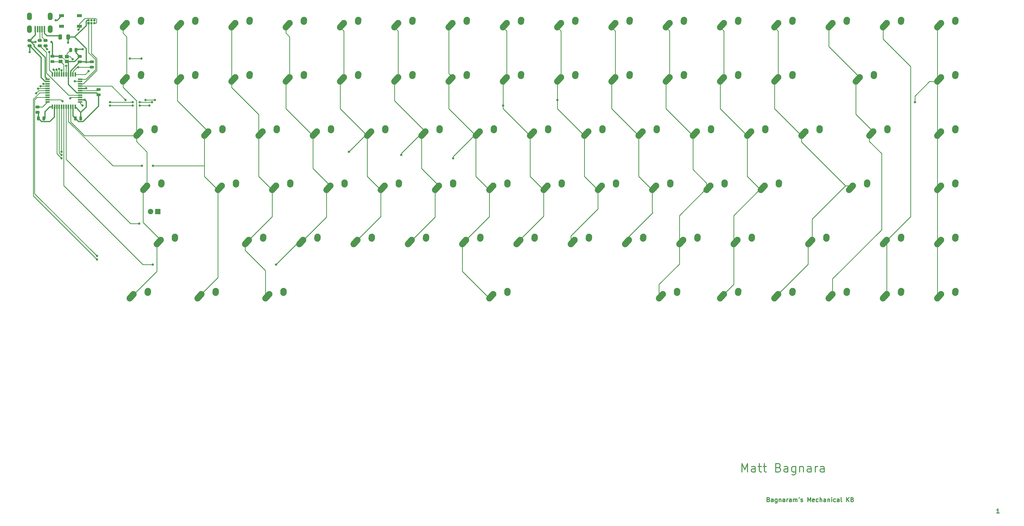
<source format=gbr>
G04 #@! TF.GenerationSoftware,KiCad,Pcbnew,(5.99.0-1615-g0042cd509)*
G04 #@! TF.CreationDate,2020-05-31T21:08:36-05:00*
G04 #@! TF.ProjectId,my-keyboard,6d792d6b-6579-4626-9f61-72642e6b6963,rev?*
G04 #@! TF.SameCoordinates,Original*
G04 #@! TF.FileFunction,Copper,L1,Top*
G04 #@! TF.FilePolarity,Positive*
%FSLAX46Y46*%
G04 Gerber Fmt 4.6, Leading zero omitted, Abs format (unit mm)*
G04 Created by KiCad (PCBNEW (5.99.0-1615-g0042cd509)) date 2020-05-31 21:08:36*
%MOMM*%
%LPD*%
G01*
G04 APERTURE LIST*
%ADD10C,0.300000*%
G04 #@! TA.AperFunction,ComponentPad*
%ADD11C,2.250000*%
G04 #@! TD*
G04 #@! TA.AperFunction,ComponentPad*
%ADD12R,1.905000X1.905000*%
G04 #@! TD*
G04 #@! TA.AperFunction,ComponentPad*
%ADD13C,1.905000*%
G04 #@! TD*
G04 #@! TA.AperFunction,ComponentPad*
%ADD14O,0.850000X0.850000*%
G04 #@! TD*
G04 #@! TA.AperFunction,ComponentPad*
%ADD15R,0.850000X0.850000*%
G04 #@! TD*
G04 #@! TA.AperFunction,SMDPad,CuDef*
%ADD16R,1.400000X1.200000*%
G04 #@! TD*
G04 #@! TA.AperFunction,ComponentPad*
%ADD17O,1.700000X2.700000*%
G04 #@! TD*
G04 #@! TA.AperFunction,SMDPad,CuDef*
%ADD18R,0.500000X2.250000*%
G04 #@! TD*
G04 #@! TA.AperFunction,SMDPad,CuDef*
%ADD19R,0.550000X1.500000*%
G04 #@! TD*
G04 #@! TA.AperFunction,SMDPad,CuDef*
%ADD20R,1.500000X0.550000*%
G04 #@! TD*
G04 #@! TA.AperFunction,SMDPad,CuDef*
%ADD21R,1.800000X1.100000*%
G04 #@! TD*
G04 #@! TA.AperFunction,ViaPad*
%ADD22C,0.800000*%
G04 #@! TD*
G04 #@! TA.AperFunction,Conductor*
%ADD23C,0.381000*%
G04 #@! TD*
G04 #@! TA.AperFunction,Conductor*
%ADD24C,0.254000*%
G04 #@! TD*
G04 #@! TA.AperFunction,Conductor*
%ADD25C,0.203200*%
G04 #@! TD*
G04 APERTURE END LIST*
D10*
X302277678Y-266469642D02*
X302277678Y-263469642D01*
X303277678Y-265612500D01*
X304277678Y-263469642D01*
X304277678Y-266469642D01*
X306991964Y-266469642D02*
X306991964Y-264898214D01*
X306849107Y-264612500D01*
X306563392Y-264469642D01*
X305991964Y-264469642D01*
X305706250Y-264612500D01*
X306991964Y-266326785D02*
X306706250Y-266469642D01*
X305991964Y-266469642D01*
X305706250Y-266326785D01*
X305563392Y-266041071D01*
X305563392Y-265755357D01*
X305706250Y-265469642D01*
X305991964Y-265326785D01*
X306706250Y-265326785D01*
X306991964Y-265183928D01*
X307991964Y-264469642D02*
X309134821Y-264469642D01*
X308420535Y-263469642D02*
X308420535Y-266041071D01*
X308563392Y-266326785D01*
X308849107Y-266469642D01*
X309134821Y-266469642D01*
X309706250Y-264469642D02*
X310849107Y-264469642D01*
X310134821Y-263469642D02*
X310134821Y-266041071D01*
X310277678Y-266326785D01*
X310563392Y-266469642D01*
X310849107Y-266469642D01*
X315134821Y-264898214D02*
X315563392Y-265041071D01*
X315706250Y-265183928D01*
X315849107Y-265469642D01*
X315849107Y-265898214D01*
X315706250Y-266183928D01*
X315563392Y-266326785D01*
X315277678Y-266469642D01*
X314134821Y-266469642D01*
X314134821Y-263469642D01*
X315134821Y-263469642D01*
X315420535Y-263612500D01*
X315563392Y-263755357D01*
X315706250Y-264041071D01*
X315706250Y-264326785D01*
X315563392Y-264612500D01*
X315420535Y-264755357D01*
X315134821Y-264898214D01*
X314134821Y-264898214D01*
X318420535Y-266469642D02*
X318420535Y-264898214D01*
X318277678Y-264612500D01*
X317991964Y-264469642D01*
X317420535Y-264469642D01*
X317134821Y-264612500D01*
X318420535Y-266326785D02*
X318134821Y-266469642D01*
X317420535Y-266469642D01*
X317134821Y-266326785D01*
X316991964Y-266041071D01*
X316991964Y-265755357D01*
X317134821Y-265469642D01*
X317420535Y-265326785D01*
X318134821Y-265326785D01*
X318420535Y-265183928D01*
X321134821Y-264469642D02*
X321134821Y-266898214D01*
X320991964Y-267183928D01*
X320849107Y-267326785D01*
X320563392Y-267469642D01*
X320134821Y-267469642D01*
X319849107Y-267326785D01*
X321134821Y-266326785D02*
X320849107Y-266469642D01*
X320277678Y-266469642D01*
X319991964Y-266326785D01*
X319849107Y-266183928D01*
X319706250Y-265898214D01*
X319706250Y-265041071D01*
X319849107Y-264755357D01*
X319991964Y-264612500D01*
X320277678Y-264469642D01*
X320849107Y-264469642D01*
X321134821Y-264612500D01*
X322563392Y-264469642D02*
X322563392Y-266469642D01*
X322563392Y-264755357D02*
X322706250Y-264612500D01*
X322991964Y-264469642D01*
X323420535Y-264469642D01*
X323706250Y-264612500D01*
X323849107Y-264898214D01*
X323849107Y-266469642D01*
X326563392Y-266469642D02*
X326563392Y-264898214D01*
X326420535Y-264612500D01*
X326134821Y-264469642D01*
X325563392Y-264469642D01*
X325277678Y-264612500D01*
X326563392Y-266326785D02*
X326277678Y-266469642D01*
X325563392Y-266469642D01*
X325277678Y-266326785D01*
X325134821Y-266041071D01*
X325134821Y-265755357D01*
X325277678Y-265469642D01*
X325563392Y-265326785D01*
X326277678Y-265326785D01*
X326563392Y-265183928D01*
X327991964Y-266469642D02*
X327991964Y-264469642D01*
X327991964Y-265041071D02*
X328134821Y-264755357D01*
X328277678Y-264612500D01*
X328563392Y-264469642D01*
X328849107Y-264469642D01*
X331134821Y-266469642D02*
X331134821Y-264898214D01*
X330991964Y-264612500D01*
X330706250Y-264469642D01*
X330134821Y-264469642D01*
X329849107Y-264612500D01*
X331134821Y-266326785D02*
X330849107Y-266469642D01*
X330134821Y-266469642D01*
X329849107Y-266326785D01*
X329706250Y-266041071D01*
X329706250Y-265755357D01*
X329849107Y-265469642D01*
X330134821Y-265326785D01*
X330849107Y-265326785D01*
X331134821Y-265183928D01*
X392541071Y-280872321D02*
X391683928Y-280872321D01*
X392112500Y-280872321D02*
X392112500Y-279372321D01*
X391969642Y-279586607D01*
X391826785Y-279729464D01*
X391683928Y-279800892D01*
X311624107Y-276117857D02*
X311838392Y-276189285D01*
X311909821Y-276260714D01*
X311981250Y-276403571D01*
X311981250Y-276617857D01*
X311909821Y-276760714D01*
X311838392Y-276832142D01*
X311695535Y-276903571D01*
X311124107Y-276903571D01*
X311124107Y-275403571D01*
X311624107Y-275403571D01*
X311766964Y-275475000D01*
X311838392Y-275546428D01*
X311909821Y-275689285D01*
X311909821Y-275832142D01*
X311838392Y-275975000D01*
X311766964Y-276046428D01*
X311624107Y-276117857D01*
X311124107Y-276117857D01*
X313266964Y-276903571D02*
X313266964Y-276117857D01*
X313195535Y-275975000D01*
X313052678Y-275903571D01*
X312766964Y-275903571D01*
X312624107Y-275975000D01*
X313266964Y-276832142D02*
X313124107Y-276903571D01*
X312766964Y-276903571D01*
X312624107Y-276832142D01*
X312552678Y-276689285D01*
X312552678Y-276546428D01*
X312624107Y-276403571D01*
X312766964Y-276332142D01*
X313124107Y-276332142D01*
X313266964Y-276260714D01*
X314624107Y-275903571D02*
X314624107Y-277117857D01*
X314552678Y-277260714D01*
X314481250Y-277332142D01*
X314338392Y-277403571D01*
X314124107Y-277403571D01*
X313981250Y-277332142D01*
X314624107Y-276832142D02*
X314481250Y-276903571D01*
X314195535Y-276903571D01*
X314052678Y-276832142D01*
X313981250Y-276760714D01*
X313909821Y-276617857D01*
X313909821Y-276189285D01*
X313981250Y-276046428D01*
X314052678Y-275975000D01*
X314195535Y-275903571D01*
X314481250Y-275903571D01*
X314624107Y-275975000D01*
X315338392Y-275903571D02*
X315338392Y-276903571D01*
X315338392Y-276046428D02*
X315409821Y-275975000D01*
X315552678Y-275903571D01*
X315766964Y-275903571D01*
X315909821Y-275975000D01*
X315981250Y-276117857D01*
X315981250Y-276903571D01*
X317338392Y-276903571D02*
X317338392Y-276117857D01*
X317266964Y-275975000D01*
X317124107Y-275903571D01*
X316838392Y-275903571D01*
X316695535Y-275975000D01*
X317338392Y-276832142D02*
X317195535Y-276903571D01*
X316838392Y-276903571D01*
X316695535Y-276832142D01*
X316624107Y-276689285D01*
X316624107Y-276546428D01*
X316695535Y-276403571D01*
X316838392Y-276332142D01*
X317195535Y-276332142D01*
X317338392Y-276260714D01*
X318052678Y-276903571D02*
X318052678Y-275903571D01*
X318052678Y-276189285D02*
X318124107Y-276046428D01*
X318195535Y-275975000D01*
X318338392Y-275903571D01*
X318481250Y-275903571D01*
X319624107Y-276903571D02*
X319624107Y-276117857D01*
X319552678Y-275975000D01*
X319409821Y-275903571D01*
X319124107Y-275903571D01*
X318981250Y-275975000D01*
X319624107Y-276832142D02*
X319481250Y-276903571D01*
X319124107Y-276903571D01*
X318981250Y-276832142D01*
X318909821Y-276689285D01*
X318909821Y-276546428D01*
X318981250Y-276403571D01*
X319124107Y-276332142D01*
X319481250Y-276332142D01*
X319624107Y-276260714D01*
X320338392Y-276903571D02*
X320338392Y-275903571D01*
X320338392Y-276046428D02*
X320409821Y-275975000D01*
X320552678Y-275903571D01*
X320766964Y-275903571D01*
X320909821Y-275975000D01*
X320981250Y-276117857D01*
X320981250Y-276903571D01*
X320981250Y-276117857D02*
X321052678Y-275975000D01*
X321195535Y-275903571D01*
X321409821Y-275903571D01*
X321552678Y-275975000D01*
X321624107Y-276117857D01*
X321624107Y-276903571D01*
X322409821Y-275403571D02*
X322266964Y-275689285D01*
X322981250Y-276832142D02*
X323124107Y-276903571D01*
X323409821Y-276903571D01*
X323552678Y-276832142D01*
X323624107Y-276689285D01*
X323624107Y-276617857D01*
X323552678Y-276475000D01*
X323409821Y-276403571D01*
X323195535Y-276403571D01*
X323052678Y-276332142D01*
X322981250Y-276189285D01*
X322981250Y-276117857D01*
X323052678Y-275975000D01*
X323195535Y-275903571D01*
X323409821Y-275903571D01*
X323552678Y-275975000D01*
X325409821Y-276903571D02*
X325409821Y-275403571D01*
X325909821Y-276475000D01*
X326409821Y-275403571D01*
X326409821Y-276903571D01*
X327695535Y-276832142D02*
X327552678Y-276903571D01*
X327266964Y-276903571D01*
X327124107Y-276832142D01*
X327052678Y-276689285D01*
X327052678Y-276117857D01*
X327124107Y-275975000D01*
X327266964Y-275903571D01*
X327552678Y-275903571D01*
X327695535Y-275975000D01*
X327766964Y-276117857D01*
X327766964Y-276260714D01*
X327052678Y-276403571D01*
X329052678Y-276832142D02*
X328909821Y-276903571D01*
X328624107Y-276903571D01*
X328481250Y-276832142D01*
X328409821Y-276760714D01*
X328338392Y-276617857D01*
X328338392Y-276189285D01*
X328409821Y-276046428D01*
X328481250Y-275975000D01*
X328624107Y-275903571D01*
X328909821Y-275903571D01*
X329052678Y-275975000D01*
X329695535Y-276903571D02*
X329695535Y-275403571D01*
X330338392Y-276903571D02*
X330338392Y-276117857D01*
X330266964Y-275975000D01*
X330124107Y-275903571D01*
X329909821Y-275903571D01*
X329766964Y-275975000D01*
X329695535Y-276046428D01*
X331695535Y-276903571D02*
X331695535Y-276117857D01*
X331624107Y-275975000D01*
X331481250Y-275903571D01*
X331195535Y-275903571D01*
X331052678Y-275975000D01*
X331695535Y-276832142D02*
X331552678Y-276903571D01*
X331195535Y-276903571D01*
X331052678Y-276832142D01*
X330981250Y-276689285D01*
X330981250Y-276546428D01*
X331052678Y-276403571D01*
X331195535Y-276332142D01*
X331552678Y-276332142D01*
X331695535Y-276260714D01*
X332409821Y-275903571D02*
X332409821Y-276903571D01*
X332409821Y-276046428D02*
X332481250Y-275975000D01*
X332624107Y-275903571D01*
X332838392Y-275903571D01*
X332981250Y-275975000D01*
X333052678Y-276117857D01*
X333052678Y-276903571D01*
X333766964Y-276903571D02*
X333766964Y-275903571D01*
X333766964Y-275403571D02*
X333695535Y-275475000D01*
X333766964Y-275546428D01*
X333838392Y-275475000D01*
X333766964Y-275403571D01*
X333766964Y-275546428D01*
X335124107Y-276832142D02*
X334981250Y-276903571D01*
X334695535Y-276903571D01*
X334552678Y-276832142D01*
X334481250Y-276760714D01*
X334409821Y-276617857D01*
X334409821Y-276189285D01*
X334481250Y-276046428D01*
X334552678Y-275975000D01*
X334695535Y-275903571D01*
X334981250Y-275903571D01*
X335124107Y-275975000D01*
X336409821Y-276903571D02*
X336409821Y-276117857D01*
X336338392Y-275975000D01*
X336195535Y-275903571D01*
X335909821Y-275903571D01*
X335766964Y-275975000D01*
X336409821Y-276832142D02*
X336266964Y-276903571D01*
X335909821Y-276903571D01*
X335766964Y-276832142D01*
X335695535Y-276689285D01*
X335695535Y-276546428D01*
X335766964Y-276403571D01*
X335909821Y-276332142D01*
X336266964Y-276332142D01*
X336409821Y-276260714D01*
X337338392Y-276903571D02*
X337195535Y-276832142D01*
X337124107Y-276689285D01*
X337124107Y-275403571D01*
X339052678Y-276903571D02*
X339052678Y-275403571D01*
X339909821Y-276903571D02*
X339266964Y-276046428D01*
X339909821Y-275403571D02*
X339052678Y-276260714D01*
X341052678Y-276117857D02*
X341266964Y-276189285D01*
X341338392Y-276260714D01*
X341409821Y-276403571D01*
X341409821Y-276617857D01*
X341338392Y-276760714D01*
X341266964Y-276832142D01*
X341124107Y-276903571D01*
X340552678Y-276903571D01*
X340552678Y-275403571D01*
X341052678Y-275403571D01*
X341195535Y-275475000D01*
X341266964Y-275546428D01*
X341338392Y-275689285D01*
X341338392Y-275832142D01*
X341266964Y-275975000D01*
X341195535Y-276046428D01*
X341052678Y-276117857D01*
X340552678Y-276117857D01*
G04 #@! TA.AperFunction,SMDPad,CuDef*
G36*
G01*
X57455750Y-116195500D02*
X58368250Y-116195500D01*
G75*
G02*
X58612000Y-116439250I0J-243750D01*
G01*
X58612000Y-116926750D01*
G75*
G02*
X58368250Y-117170500I-243750J0D01*
G01*
X57455750Y-117170500D01*
G75*
G02*
X57212000Y-116926750I0J243750D01*
G01*
X57212000Y-116439250D01*
G75*
G02*
X57455750Y-116195500I243750J0D01*
G01*
G37*
G04 #@! TD.AperFunction*
G04 #@! TA.AperFunction,SMDPad,CuDef*
G36*
G01*
X57455750Y-114320500D02*
X58368250Y-114320500D01*
G75*
G02*
X58612000Y-114564250I0J-243750D01*
G01*
X58612000Y-115051750D01*
G75*
G02*
X58368250Y-115295500I-243750J0D01*
G01*
X57455750Y-115295500D01*
G75*
G02*
X57212000Y-115051750I0J243750D01*
G01*
X57212000Y-114564250D01*
G75*
G02*
X57455750Y-114320500I243750J0D01*
G01*
G37*
G04 #@! TD.AperFunction*
G04 #@! TA.AperFunction,SMDPad,CuDef*
G36*
G01*
X55423750Y-116193750D02*
X56336250Y-116193750D01*
G75*
G02*
X56580000Y-116437500I0J-243750D01*
G01*
X56580000Y-116925000D01*
G75*
G02*
X56336250Y-117168750I-243750J0D01*
G01*
X55423750Y-117168750D01*
G75*
G02*
X55180000Y-116925000I0J243750D01*
G01*
X55180000Y-116437500D01*
G75*
G02*
X55423750Y-116193750I243750J0D01*
G01*
G37*
G04 #@! TD.AperFunction*
G04 #@! TA.AperFunction,SMDPad,CuDef*
G36*
G01*
X55423750Y-114318750D02*
X56336250Y-114318750D01*
G75*
G02*
X56580000Y-114562500I0J-243750D01*
G01*
X56580000Y-115050000D01*
G75*
G02*
X56336250Y-115293750I-243750J0D01*
G01*
X55423750Y-115293750D01*
G75*
G02*
X55180000Y-115050000I0J243750D01*
G01*
X55180000Y-114562500D01*
G75*
G02*
X55423750Y-114318750I243750J0D01*
G01*
G37*
G04 #@! TD.AperFunction*
D11*
X326906250Y-184912500D03*
G04 #@! TA.AperFunction,ComponentPad*
G36*
G01*
X324844933Y-187209845D02*
X324844933Y-187209845D01*
G75*
G02*
X324758905Y-185621183I751317J837345D01*
G01*
X326068907Y-184161183D01*
G75*
G02*
X327657569Y-184075155I837345J-751317D01*
G01*
X327657569Y-184075155D01*
G75*
G02*
X327743597Y-185663817I-751317J-837345D01*
G01*
X326433595Y-187123817D01*
G75*
G02*
X324844933Y-187209845I-837345J751317D01*
G01*
G37*
G04 #@! TD.AperFunction*
X331946250Y-183832500D03*
G04 #@! TA.AperFunction,ComponentPad*
G36*
G01*
X331828847Y-185534834D02*
X331828847Y-185534834D01*
G75*
G02*
X330783916Y-184335097I77403J1122334D01*
G01*
X330823916Y-183755097D01*
G75*
G02*
X332023653Y-182710166I1122334J-77403D01*
G01*
X332023653Y-182710166D01*
G75*
G02*
X333068584Y-183909903I-77403J-1122334D01*
G01*
X333028584Y-184489903D01*
G75*
G02*
X331828847Y-185534834I-1122334J77403D01*
G01*
G37*
G04 #@! TD.AperFunction*
X98306250Y-184912500D03*
G04 #@! TA.AperFunction,ComponentPad*
G36*
G01*
X96244933Y-187209845D02*
X96244933Y-187209845D01*
G75*
G02*
X96158905Y-185621183I751317J837345D01*
G01*
X97468907Y-184161183D01*
G75*
G02*
X99057569Y-184075155I837345J-751317D01*
G01*
X99057569Y-184075155D01*
G75*
G02*
X99143597Y-185663817I-751317J-837345D01*
G01*
X97833595Y-187123817D01*
G75*
G02*
X96244933Y-187209845I-837345J751317D01*
G01*
G37*
G04 #@! TD.AperFunction*
X103346250Y-183832500D03*
G04 #@! TA.AperFunction,ComponentPad*
G36*
G01*
X103228847Y-185534834D02*
X103228847Y-185534834D01*
G75*
G02*
X102183916Y-184335097I77403J1122334D01*
G01*
X102223916Y-183755097D01*
G75*
G02*
X103423653Y-182710166I1122334J-77403D01*
G01*
X103423653Y-182710166D01*
G75*
G02*
X104468584Y-183909903I-77403J-1122334D01*
G01*
X104428584Y-184489903D01*
G75*
G02*
X103228847Y-185534834I-1122334J77403D01*
G01*
G37*
G04 #@! TD.AperFunction*
X341193750Y-165862500D03*
G04 #@! TA.AperFunction,ComponentPad*
G36*
G01*
X339132433Y-168159845D02*
X339132433Y-168159845D01*
G75*
G02*
X339046405Y-166571183I751317J837345D01*
G01*
X340356407Y-165111183D01*
G75*
G02*
X341945069Y-165025155I837345J-751317D01*
G01*
X341945069Y-165025155D01*
G75*
G02*
X342031097Y-166613817I-751317J-837345D01*
G01*
X340721095Y-168073817D01*
G75*
G02*
X339132433Y-168159845I-837345J751317D01*
G01*
G37*
G04 #@! TD.AperFunction*
X346233750Y-164782500D03*
G04 #@! TA.AperFunction,ComponentPad*
G36*
G01*
X346116347Y-166484834D02*
X346116347Y-166484834D01*
G75*
G02*
X345071416Y-165285097I77403J1122334D01*
G01*
X345111416Y-164705097D01*
G75*
G02*
X346311153Y-163660166I1122334J-77403D01*
G01*
X346311153Y-163660166D01*
G75*
G02*
X347356084Y-164859903I-77403J-1122334D01*
G01*
X347316084Y-165439903D01*
G75*
G02*
X346116347Y-166484834I-1122334J77403D01*
G01*
G37*
G04 #@! TD.AperFunction*
D12*
X97313750Y-174942500D03*
D13*
X94773750Y-174942500D03*
D11*
X93543750Y-165862500D03*
G04 #@! TA.AperFunction,ComponentPad*
G36*
G01*
X91482433Y-168159845D02*
X91482433Y-168159845D01*
G75*
G02*
X91396405Y-166571183I751317J837345D01*
G01*
X92706407Y-165111183D01*
G75*
G02*
X94295069Y-165025155I837345J-751317D01*
G01*
X94295069Y-165025155D01*
G75*
G02*
X94381097Y-166613817I-751317J-837345D01*
G01*
X93071095Y-168073817D01*
G75*
G02*
X91482433Y-168159845I-837345J751317D01*
G01*
G37*
G04 #@! TD.AperFunction*
X98583750Y-164782500D03*
G04 #@! TA.AperFunction,ComponentPad*
G36*
G01*
X98466347Y-166484834D02*
X98466347Y-166484834D01*
G75*
G02*
X97421416Y-165285097I77403J1122334D01*
G01*
X97461416Y-164705097D01*
G75*
G02*
X98661153Y-163660166I1122334J-77403D01*
G01*
X98661153Y-163660166D01*
G75*
G02*
X99706084Y-164859903I-77403J-1122334D01*
G01*
X99666084Y-165439903D01*
G75*
G02*
X98466347Y-166484834I-1122334J77403D01*
G01*
G37*
G04 #@! TD.AperFunction*
X348337500Y-146812500D03*
G04 #@! TA.AperFunction,ComponentPad*
G36*
G01*
X346276183Y-149109845D02*
X346276183Y-149109845D01*
G75*
G02*
X346190155Y-147521183I751317J837345D01*
G01*
X347500157Y-146061183D01*
G75*
G02*
X349088819Y-145975155I837345J-751317D01*
G01*
X349088819Y-145975155D01*
G75*
G02*
X349174847Y-147563817I-751317J-837345D01*
G01*
X347864845Y-149023817D01*
G75*
G02*
X346276183Y-149109845I-837345J751317D01*
G01*
G37*
G04 #@! TD.AperFunction*
X353377500Y-145732500D03*
G04 #@! TA.AperFunction,ComponentPad*
G36*
G01*
X353260097Y-147434834D02*
X353260097Y-147434834D01*
G75*
G02*
X352215166Y-146235097I77403J1122334D01*
G01*
X352255166Y-145655097D01*
G75*
G02*
X353454903Y-144610166I1122334J-77403D01*
G01*
X353454903Y-144610166D01*
G75*
G02*
X354499834Y-145809903I-77403J-1122334D01*
G01*
X354459834Y-146389903D01*
G75*
G02*
X353260097Y-147434834I-1122334J77403D01*
G01*
G37*
G04 #@! TD.AperFunction*
X91162500Y-146812500D03*
G04 #@! TA.AperFunction,ComponentPad*
G36*
G01*
X89101183Y-149109845D02*
X89101183Y-149109845D01*
G75*
G02*
X89015155Y-147521183I751317J837345D01*
G01*
X90325157Y-146061183D01*
G75*
G02*
X91913819Y-145975155I837345J-751317D01*
G01*
X91913819Y-145975155D01*
G75*
G02*
X91999847Y-147563817I-751317J-837345D01*
G01*
X90689845Y-149023817D01*
G75*
G02*
X89101183Y-149109845I-837345J751317D01*
G01*
G37*
G04 #@! TD.AperFunction*
X96202500Y-145732500D03*
G04 #@! TA.AperFunction,ComponentPad*
G36*
G01*
X96085097Y-147434834D02*
X96085097Y-147434834D01*
G75*
G02*
X95040166Y-146235097I77403J1122334D01*
G01*
X95080166Y-145655097D01*
G75*
G02*
X96279903Y-144610166I1122334J-77403D01*
G01*
X96279903Y-144610166D01*
G75*
G02*
X97324834Y-145809903I-77403J-1122334D01*
G01*
X97284834Y-146389903D01*
G75*
G02*
X96085097Y-147434834I-1122334J77403D01*
G01*
G37*
G04 #@! TD.AperFunction*
X343575000Y-127762500D03*
G04 #@! TA.AperFunction,ComponentPad*
G36*
G01*
X341513683Y-130059845D02*
X341513683Y-130059845D01*
G75*
G02*
X341427655Y-128471183I751317J837345D01*
G01*
X342737657Y-127011183D01*
G75*
G02*
X344326319Y-126925155I837345J-751317D01*
G01*
X344326319Y-126925155D01*
G75*
G02*
X344412347Y-128513817I-751317J-837345D01*
G01*
X343102345Y-129973817D01*
G75*
G02*
X341513683Y-130059845I-837345J751317D01*
G01*
G37*
G04 #@! TD.AperFunction*
X348615000Y-126682500D03*
G04 #@! TA.AperFunction,ComponentPad*
G36*
G01*
X348497597Y-128384834D02*
X348497597Y-128384834D01*
G75*
G02*
X347452666Y-127185097I77403J1122334D01*
G01*
X347492666Y-126605097D01*
G75*
G02*
X348692403Y-125560166I1122334J-77403D01*
G01*
X348692403Y-125560166D01*
G75*
G02*
X349737334Y-126759903I-77403J-1122334D01*
G01*
X349697334Y-127339903D01*
G75*
G02*
X348497597Y-128384834I-1122334J77403D01*
G01*
G37*
G04 #@! TD.AperFunction*
X274518750Y-203962500D03*
G04 #@! TA.AperFunction,ComponentPad*
G36*
G01*
X272457433Y-206259845D02*
X272457433Y-206259845D01*
G75*
G02*
X272371405Y-204671183I751317J837345D01*
G01*
X273681407Y-203211183D01*
G75*
G02*
X275270069Y-203125155I837345J-751317D01*
G01*
X275270069Y-203125155D01*
G75*
G02*
X275356097Y-204713817I-751317J-837345D01*
G01*
X274046095Y-206173817D01*
G75*
G02*
X272457433Y-206259845I-837345J751317D01*
G01*
G37*
G04 #@! TD.AperFunction*
X279558750Y-202882500D03*
G04 #@! TA.AperFunction,ComponentPad*
G36*
G01*
X279441347Y-204584834D02*
X279441347Y-204584834D01*
G75*
G02*
X278396416Y-203385097I77403J1122334D01*
G01*
X278436416Y-202805097D01*
G75*
G02*
X279636153Y-201760166I1122334J-77403D01*
G01*
X279636153Y-201760166D01*
G75*
G02*
X280681084Y-202959903I-77403J-1122334D01*
G01*
X280641084Y-203539903D01*
G75*
G02*
X279441347Y-204584834I-1122334J77403D01*
G01*
G37*
G04 #@! TD.AperFunction*
X136406250Y-203962500D03*
G04 #@! TA.AperFunction,ComponentPad*
G36*
G01*
X134344933Y-206259845D02*
X134344933Y-206259845D01*
G75*
G02*
X134258905Y-204671183I751317J837345D01*
G01*
X135568907Y-203211183D01*
G75*
G02*
X137157569Y-203125155I837345J-751317D01*
G01*
X137157569Y-203125155D01*
G75*
G02*
X137243597Y-204713817I-751317J-837345D01*
G01*
X135933595Y-206173817D01*
G75*
G02*
X134344933Y-206259845I-837345J751317D01*
G01*
G37*
G04 #@! TD.AperFunction*
X141446250Y-202882500D03*
G04 #@! TA.AperFunction,ComponentPad*
G36*
G01*
X141328847Y-204584834D02*
X141328847Y-204584834D01*
G75*
G02*
X140283916Y-203385097I77403J1122334D01*
G01*
X140323916Y-202805097D01*
G75*
G02*
X141523653Y-201760166I1122334J-77403D01*
G01*
X141523653Y-201760166D01*
G75*
G02*
X142568584Y-202959903I-77403J-1122334D01*
G01*
X142528584Y-203539903D01*
G75*
G02*
X141328847Y-204584834I-1122334J77403D01*
G01*
G37*
G04 #@! TD.AperFunction*
X112593750Y-203962500D03*
G04 #@! TA.AperFunction,ComponentPad*
G36*
G01*
X110532433Y-206259845D02*
X110532433Y-206259845D01*
G75*
G02*
X110446405Y-204671183I751317J837345D01*
G01*
X111756407Y-203211183D01*
G75*
G02*
X113345069Y-203125155I837345J-751317D01*
G01*
X113345069Y-203125155D01*
G75*
G02*
X113431097Y-204713817I-751317J-837345D01*
G01*
X112121095Y-206173817D01*
G75*
G02*
X110532433Y-206259845I-837345J751317D01*
G01*
G37*
G04 #@! TD.AperFunction*
X117633750Y-202882500D03*
G04 #@! TA.AperFunction,ComponentPad*
G36*
G01*
X117516347Y-204584834D02*
X117516347Y-204584834D01*
G75*
G02*
X116471416Y-203385097I77403J1122334D01*
G01*
X116511416Y-202805097D01*
G75*
G02*
X117711153Y-201760166I1122334J-77403D01*
G01*
X117711153Y-201760166D01*
G75*
G02*
X118756084Y-202959903I-77403J-1122334D01*
G01*
X118716084Y-203539903D01*
G75*
G02*
X117516347Y-204584834I-1122334J77403D01*
G01*
G37*
G04 #@! TD.AperFunction*
X88781250Y-203962500D03*
G04 #@! TA.AperFunction,ComponentPad*
G36*
G01*
X86719933Y-206259845D02*
X86719933Y-206259845D01*
G75*
G02*
X86633905Y-204671183I751317J837345D01*
G01*
X87943907Y-203211183D01*
G75*
G02*
X89532569Y-203125155I837345J-751317D01*
G01*
X89532569Y-203125155D01*
G75*
G02*
X89618597Y-204713817I-751317J-837345D01*
G01*
X88308595Y-206173817D01*
G75*
G02*
X86719933Y-206259845I-837345J751317D01*
G01*
G37*
G04 #@! TD.AperFunction*
X93821250Y-202882500D03*
G04 #@! TA.AperFunction,ComponentPad*
G36*
G01*
X93703847Y-204584834D02*
X93703847Y-204584834D01*
G75*
G02*
X92658916Y-203385097I77403J1122334D01*
G01*
X92698916Y-202805097D01*
G75*
G02*
X93898653Y-201760166I1122334J-77403D01*
G01*
X93898653Y-201760166D01*
G75*
G02*
X94943584Y-202959903I-77403J-1122334D01*
G01*
X94903584Y-203539903D01*
G75*
G02*
X93703847Y-204584834I-1122334J77403D01*
G01*
G37*
G04 #@! TD.AperFunction*
X214987500Y-203962500D03*
G04 #@! TA.AperFunction,ComponentPad*
G36*
G01*
X212926183Y-206259845D02*
X212926183Y-206259845D01*
G75*
G02*
X212840155Y-204671183I751317J837345D01*
G01*
X214150157Y-203211183D01*
G75*
G02*
X215738819Y-203125155I837345J-751317D01*
G01*
X215738819Y-203125155D01*
G75*
G02*
X215824847Y-204713817I-751317J-837345D01*
G01*
X214514845Y-206173817D01*
G75*
G02*
X212926183Y-206259845I-837345J751317D01*
G01*
G37*
G04 #@! TD.AperFunction*
X220027500Y-202882500D03*
G04 #@! TA.AperFunction,ComponentPad*
G36*
G01*
X219910097Y-204584834D02*
X219910097Y-204584834D01*
G75*
G02*
X218865166Y-203385097I77403J1122334D01*
G01*
X218905166Y-202805097D01*
G75*
G02*
X220104903Y-201760166I1122334J-77403D01*
G01*
X220104903Y-201760166D01*
G75*
G02*
X221149834Y-202959903I-77403J-1122334D01*
G01*
X221109834Y-203539903D01*
G75*
G02*
X219910097Y-204584834I-1122334J77403D01*
G01*
G37*
G04 #@! TD.AperFunction*
X257850000Y-108712500D03*
G04 #@! TA.AperFunction,ComponentPad*
G36*
G01*
X255788683Y-111009845D02*
X255788683Y-111009845D01*
G75*
G02*
X255702655Y-109421183I751317J837345D01*
G01*
X257012657Y-107961183D01*
G75*
G02*
X258601319Y-107875155I837345J-751317D01*
G01*
X258601319Y-107875155D01*
G75*
G02*
X258687347Y-109463817I-751317J-837345D01*
G01*
X257377345Y-110923817D01*
G75*
G02*
X255788683Y-111009845I-837345J751317D01*
G01*
G37*
G04 #@! TD.AperFunction*
X262890000Y-107632500D03*
G04 #@! TA.AperFunction,ComponentPad*
G36*
G01*
X262772597Y-109334834D02*
X262772597Y-109334834D01*
G75*
G02*
X261727666Y-108135097I77403J1122334D01*
G01*
X261767666Y-107555097D01*
G75*
G02*
X262967403Y-106510166I1122334J-77403D01*
G01*
X262967403Y-106510166D01*
G75*
G02*
X264012334Y-107709903I-77403J-1122334D01*
G01*
X263972334Y-108289903D01*
G75*
G02*
X262772597Y-109334834I-1122334J77403D01*
G01*
G37*
G04 #@! TD.AperFunction*
X238800000Y-108712500D03*
G04 #@! TA.AperFunction,ComponentPad*
G36*
G01*
X236738683Y-111009845D02*
X236738683Y-111009845D01*
G75*
G02*
X236652655Y-109421183I751317J837345D01*
G01*
X237962657Y-107961183D01*
G75*
G02*
X239551319Y-107875155I837345J-751317D01*
G01*
X239551319Y-107875155D01*
G75*
G02*
X239637347Y-109463817I-751317J-837345D01*
G01*
X238327345Y-110923817D01*
G75*
G02*
X236738683Y-111009845I-837345J751317D01*
G01*
G37*
G04 #@! TD.AperFunction*
X243840000Y-107632500D03*
G04 #@! TA.AperFunction,ComponentPad*
G36*
G01*
X243722597Y-109334834D02*
X243722597Y-109334834D01*
G75*
G02*
X242677666Y-108135097I77403J1122334D01*
G01*
X242717666Y-107555097D01*
G75*
G02*
X243917403Y-106510166I1122334J-77403D01*
G01*
X243917403Y-106510166D01*
G75*
G02*
X244962334Y-107709903I-77403J-1122334D01*
G01*
X244922334Y-108289903D01*
G75*
G02*
X243722597Y-109334834I-1122334J77403D01*
G01*
G37*
G04 #@! TD.AperFunction*
X219750000Y-108712500D03*
G04 #@! TA.AperFunction,ComponentPad*
G36*
G01*
X217688683Y-111009845D02*
X217688683Y-111009845D01*
G75*
G02*
X217602655Y-109421183I751317J837345D01*
G01*
X218912657Y-107961183D01*
G75*
G02*
X220501319Y-107875155I837345J-751317D01*
G01*
X220501319Y-107875155D01*
G75*
G02*
X220587347Y-109463817I-751317J-837345D01*
G01*
X219277345Y-110923817D01*
G75*
G02*
X217688683Y-111009845I-837345J751317D01*
G01*
G37*
G04 #@! TD.AperFunction*
X224790000Y-107632500D03*
G04 #@! TA.AperFunction,ComponentPad*
G36*
G01*
X224672597Y-109334834D02*
X224672597Y-109334834D01*
G75*
G02*
X223627666Y-108135097I77403J1122334D01*
G01*
X223667666Y-107555097D01*
G75*
G02*
X224867403Y-106510166I1122334J-77403D01*
G01*
X224867403Y-106510166D01*
G75*
G02*
X225912334Y-107709903I-77403J-1122334D01*
G01*
X225872334Y-108289903D01*
G75*
G02*
X224672597Y-109334834I-1122334J77403D01*
G01*
G37*
G04 #@! TD.AperFunction*
X200700000Y-108712500D03*
G04 #@! TA.AperFunction,ComponentPad*
G36*
G01*
X198638683Y-111009845D02*
X198638683Y-111009845D01*
G75*
G02*
X198552655Y-109421183I751317J837345D01*
G01*
X199862657Y-107961183D01*
G75*
G02*
X201451319Y-107875155I837345J-751317D01*
G01*
X201451319Y-107875155D01*
G75*
G02*
X201537347Y-109463817I-751317J-837345D01*
G01*
X200227345Y-110923817D01*
G75*
G02*
X198638683Y-111009845I-837345J751317D01*
G01*
G37*
G04 #@! TD.AperFunction*
X205740000Y-107632500D03*
G04 #@! TA.AperFunction,ComponentPad*
G36*
G01*
X205622597Y-109334834D02*
X205622597Y-109334834D01*
G75*
G02*
X204577666Y-108135097I77403J1122334D01*
G01*
X204617666Y-107555097D01*
G75*
G02*
X205817403Y-106510166I1122334J-77403D01*
G01*
X205817403Y-106510166D01*
G75*
G02*
X206862334Y-107709903I-77403J-1122334D01*
G01*
X206822334Y-108289903D01*
G75*
G02*
X205622597Y-109334834I-1122334J77403D01*
G01*
G37*
G04 #@! TD.AperFunction*
X372150000Y-203962500D03*
G04 #@! TA.AperFunction,ComponentPad*
G36*
G01*
X370088683Y-206259845D02*
X370088683Y-206259845D01*
G75*
G02*
X370002655Y-204671183I751317J837345D01*
G01*
X371312657Y-203211183D01*
G75*
G02*
X372901319Y-203125155I837345J-751317D01*
G01*
X372901319Y-203125155D01*
G75*
G02*
X372987347Y-204713817I-751317J-837345D01*
G01*
X371677345Y-206173817D01*
G75*
G02*
X370088683Y-206259845I-837345J751317D01*
G01*
G37*
G04 #@! TD.AperFunction*
X377190000Y-202882500D03*
G04 #@! TA.AperFunction,ComponentPad*
G36*
G01*
X377072597Y-204584834D02*
X377072597Y-204584834D01*
G75*
G02*
X376027666Y-203385097I77403J1122334D01*
G01*
X376067666Y-202805097D01*
G75*
G02*
X377267403Y-201760166I1122334J-77403D01*
G01*
X377267403Y-201760166D01*
G75*
G02*
X378312334Y-202959903I-77403J-1122334D01*
G01*
X378272334Y-203539903D01*
G75*
G02*
X377072597Y-204584834I-1122334J77403D01*
G01*
G37*
G04 #@! TD.AperFunction*
X353100000Y-203962500D03*
G04 #@! TA.AperFunction,ComponentPad*
G36*
G01*
X351038683Y-206259845D02*
X351038683Y-206259845D01*
G75*
G02*
X350952655Y-204671183I751317J837345D01*
G01*
X352262657Y-203211183D01*
G75*
G02*
X353851319Y-203125155I837345J-751317D01*
G01*
X353851319Y-203125155D01*
G75*
G02*
X353937347Y-204713817I-751317J-837345D01*
G01*
X352627345Y-206173817D01*
G75*
G02*
X351038683Y-206259845I-837345J751317D01*
G01*
G37*
G04 #@! TD.AperFunction*
X358140000Y-202882500D03*
G04 #@! TA.AperFunction,ComponentPad*
G36*
G01*
X358022597Y-204584834D02*
X358022597Y-204584834D01*
G75*
G02*
X356977666Y-203385097I77403J1122334D01*
G01*
X357017666Y-202805097D01*
G75*
G02*
X358217403Y-201760166I1122334J-77403D01*
G01*
X358217403Y-201760166D01*
G75*
G02*
X359262334Y-202959903I-77403J-1122334D01*
G01*
X359222334Y-203539903D01*
G75*
G02*
X358022597Y-204584834I-1122334J77403D01*
G01*
G37*
G04 #@! TD.AperFunction*
X334050000Y-203962500D03*
G04 #@! TA.AperFunction,ComponentPad*
G36*
G01*
X331988683Y-206259845D02*
X331988683Y-206259845D01*
G75*
G02*
X331902655Y-204671183I751317J837345D01*
G01*
X333212657Y-203211183D01*
G75*
G02*
X334801319Y-203125155I837345J-751317D01*
G01*
X334801319Y-203125155D01*
G75*
G02*
X334887347Y-204713817I-751317J-837345D01*
G01*
X333577345Y-206173817D01*
G75*
G02*
X331988683Y-206259845I-837345J751317D01*
G01*
G37*
G04 #@! TD.AperFunction*
X339090000Y-202882500D03*
G04 #@! TA.AperFunction,ComponentPad*
G36*
G01*
X338972597Y-204584834D02*
X338972597Y-204584834D01*
G75*
G02*
X337927666Y-203385097I77403J1122334D01*
G01*
X337967666Y-202805097D01*
G75*
G02*
X339167403Y-201760166I1122334J-77403D01*
G01*
X339167403Y-201760166D01*
G75*
G02*
X340212334Y-202959903I-77403J-1122334D01*
G01*
X340172334Y-203539903D01*
G75*
G02*
X338972597Y-204584834I-1122334J77403D01*
G01*
G37*
G04 #@! TD.AperFunction*
X315000000Y-203962500D03*
G04 #@! TA.AperFunction,ComponentPad*
G36*
G01*
X312938683Y-206259845D02*
X312938683Y-206259845D01*
G75*
G02*
X312852655Y-204671183I751317J837345D01*
G01*
X314162657Y-203211183D01*
G75*
G02*
X315751319Y-203125155I837345J-751317D01*
G01*
X315751319Y-203125155D01*
G75*
G02*
X315837347Y-204713817I-751317J-837345D01*
G01*
X314527345Y-206173817D01*
G75*
G02*
X312938683Y-206259845I-837345J751317D01*
G01*
G37*
G04 #@! TD.AperFunction*
X320040000Y-202882500D03*
G04 #@! TA.AperFunction,ComponentPad*
G36*
G01*
X319922597Y-204584834D02*
X319922597Y-204584834D01*
G75*
G02*
X318877666Y-203385097I77403J1122334D01*
G01*
X318917666Y-202805097D01*
G75*
G02*
X320117403Y-201760166I1122334J-77403D01*
G01*
X320117403Y-201760166D01*
G75*
G02*
X321162334Y-202959903I-77403J-1122334D01*
G01*
X321122334Y-203539903D01*
G75*
G02*
X319922597Y-204584834I-1122334J77403D01*
G01*
G37*
G04 #@! TD.AperFunction*
X295950000Y-203962500D03*
G04 #@! TA.AperFunction,ComponentPad*
G36*
G01*
X293888683Y-206259845D02*
X293888683Y-206259845D01*
G75*
G02*
X293802655Y-204671183I751317J837345D01*
G01*
X295112657Y-203211183D01*
G75*
G02*
X296701319Y-203125155I837345J-751317D01*
G01*
X296701319Y-203125155D01*
G75*
G02*
X296787347Y-204713817I-751317J-837345D01*
G01*
X295477345Y-206173817D01*
G75*
G02*
X293888683Y-206259845I-837345J751317D01*
G01*
G37*
G04 #@! TD.AperFunction*
X300990000Y-202882500D03*
G04 #@! TA.AperFunction,ComponentPad*
G36*
G01*
X300872597Y-204584834D02*
X300872597Y-204584834D01*
G75*
G02*
X299827666Y-203385097I77403J1122334D01*
G01*
X299867666Y-202805097D01*
G75*
G02*
X301067403Y-201760166I1122334J-77403D01*
G01*
X301067403Y-201760166D01*
G75*
G02*
X302112334Y-202959903I-77403J-1122334D01*
G01*
X302072334Y-203539903D01*
G75*
G02*
X300872597Y-204584834I-1122334J77403D01*
G01*
G37*
G04 #@! TD.AperFunction*
X372150000Y-184912500D03*
G04 #@! TA.AperFunction,ComponentPad*
G36*
G01*
X370088683Y-187209845D02*
X370088683Y-187209845D01*
G75*
G02*
X370002655Y-185621183I751317J837345D01*
G01*
X371312657Y-184161183D01*
G75*
G02*
X372901319Y-184075155I837345J-751317D01*
G01*
X372901319Y-184075155D01*
G75*
G02*
X372987347Y-185663817I-751317J-837345D01*
G01*
X371677345Y-187123817D01*
G75*
G02*
X370088683Y-187209845I-837345J751317D01*
G01*
G37*
G04 #@! TD.AperFunction*
X377190000Y-183832500D03*
G04 #@! TA.AperFunction,ComponentPad*
G36*
G01*
X377072597Y-185534834D02*
X377072597Y-185534834D01*
G75*
G02*
X376027666Y-184335097I77403J1122334D01*
G01*
X376067666Y-183755097D01*
G75*
G02*
X377267403Y-182710166I1122334J-77403D01*
G01*
X377267403Y-182710166D01*
G75*
G02*
X378312334Y-183909903I-77403J-1122334D01*
G01*
X378272334Y-184489903D01*
G75*
G02*
X377072597Y-185534834I-1122334J77403D01*
G01*
G37*
G04 #@! TD.AperFunction*
X353100000Y-184912500D03*
G04 #@! TA.AperFunction,ComponentPad*
G36*
G01*
X351038683Y-187209845D02*
X351038683Y-187209845D01*
G75*
G02*
X350952655Y-185621183I751317J837345D01*
G01*
X352262657Y-184161183D01*
G75*
G02*
X353851319Y-184075155I837345J-751317D01*
G01*
X353851319Y-184075155D01*
G75*
G02*
X353937347Y-185663817I-751317J-837345D01*
G01*
X352627345Y-187123817D01*
G75*
G02*
X351038683Y-187209845I-837345J751317D01*
G01*
G37*
G04 #@! TD.AperFunction*
X358140000Y-183832500D03*
G04 #@! TA.AperFunction,ComponentPad*
G36*
G01*
X358022597Y-185534834D02*
X358022597Y-185534834D01*
G75*
G02*
X356977666Y-184335097I77403J1122334D01*
G01*
X357017666Y-183755097D01*
G75*
G02*
X358217403Y-182710166I1122334J-77403D01*
G01*
X358217403Y-182710166D01*
G75*
G02*
X359262334Y-183909903I-77403J-1122334D01*
G01*
X359222334Y-184489903D01*
G75*
G02*
X358022597Y-185534834I-1122334J77403D01*
G01*
G37*
G04 #@! TD.AperFunction*
X300712500Y-184912500D03*
G04 #@! TA.AperFunction,ComponentPad*
G36*
G01*
X298651183Y-187209845D02*
X298651183Y-187209845D01*
G75*
G02*
X298565155Y-185621183I751317J837345D01*
G01*
X299875157Y-184161183D01*
G75*
G02*
X301463819Y-184075155I837345J-751317D01*
G01*
X301463819Y-184075155D01*
G75*
G02*
X301549847Y-185663817I-751317J-837345D01*
G01*
X300239845Y-187123817D01*
G75*
G02*
X298651183Y-187209845I-837345J751317D01*
G01*
G37*
G04 #@! TD.AperFunction*
X305752500Y-183832500D03*
G04 #@! TA.AperFunction,ComponentPad*
G36*
G01*
X305635097Y-185534834D02*
X305635097Y-185534834D01*
G75*
G02*
X304590166Y-184335097I77403J1122334D01*
G01*
X304630166Y-183755097D01*
G75*
G02*
X305829903Y-182710166I1122334J-77403D01*
G01*
X305829903Y-182710166D01*
G75*
G02*
X306874834Y-183909903I-77403J-1122334D01*
G01*
X306834834Y-184489903D01*
G75*
G02*
X305635097Y-185534834I-1122334J77403D01*
G01*
G37*
G04 #@! TD.AperFunction*
X281662500Y-184912500D03*
G04 #@! TA.AperFunction,ComponentPad*
G36*
G01*
X279601183Y-187209845D02*
X279601183Y-187209845D01*
G75*
G02*
X279515155Y-185621183I751317J837345D01*
G01*
X280825157Y-184161183D01*
G75*
G02*
X282413819Y-184075155I837345J-751317D01*
G01*
X282413819Y-184075155D01*
G75*
G02*
X282499847Y-185663817I-751317J-837345D01*
G01*
X281189845Y-187123817D01*
G75*
G02*
X279601183Y-187209845I-837345J751317D01*
G01*
G37*
G04 #@! TD.AperFunction*
X286702500Y-183832500D03*
G04 #@! TA.AperFunction,ComponentPad*
G36*
G01*
X286585097Y-185534834D02*
X286585097Y-185534834D01*
G75*
G02*
X285540166Y-184335097I77403J1122334D01*
G01*
X285580166Y-183755097D01*
G75*
G02*
X286779903Y-182710166I1122334J-77403D01*
G01*
X286779903Y-182710166D01*
G75*
G02*
X287824834Y-183909903I-77403J-1122334D01*
G01*
X287784834Y-184489903D01*
G75*
G02*
X286585097Y-185534834I-1122334J77403D01*
G01*
G37*
G04 #@! TD.AperFunction*
X262612500Y-184912500D03*
G04 #@! TA.AperFunction,ComponentPad*
G36*
G01*
X260551183Y-187209845D02*
X260551183Y-187209845D01*
G75*
G02*
X260465155Y-185621183I751317J837345D01*
G01*
X261775157Y-184161183D01*
G75*
G02*
X263363819Y-184075155I837345J-751317D01*
G01*
X263363819Y-184075155D01*
G75*
G02*
X263449847Y-185663817I-751317J-837345D01*
G01*
X262139845Y-187123817D01*
G75*
G02*
X260551183Y-187209845I-837345J751317D01*
G01*
G37*
G04 #@! TD.AperFunction*
X267652500Y-183832500D03*
G04 #@! TA.AperFunction,ComponentPad*
G36*
G01*
X267535097Y-185534834D02*
X267535097Y-185534834D01*
G75*
G02*
X266490166Y-184335097I77403J1122334D01*
G01*
X266530166Y-183755097D01*
G75*
G02*
X267729903Y-182710166I1122334J-77403D01*
G01*
X267729903Y-182710166D01*
G75*
G02*
X268774834Y-183909903I-77403J-1122334D01*
G01*
X268734834Y-184489903D01*
G75*
G02*
X267535097Y-185534834I-1122334J77403D01*
G01*
G37*
G04 #@! TD.AperFunction*
X243562500Y-184912500D03*
G04 #@! TA.AperFunction,ComponentPad*
G36*
G01*
X241501183Y-187209845D02*
X241501183Y-187209845D01*
G75*
G02*
X241415155Y-185621183I751317J837345D01*
G01*
X242725157Y-184161183D01*
G75*
G02*
X244313819Y-184075155I837345J-751317D01*
G01*
X244313819Y-184075155D01*
G75*
G02*
X244399847Y-185663817I-751317J-837345D01*
G01*
X243089845Y-187123817D01*
G75*
G02*
X241501183Y-187209845I-837345J751317D01*
G01*
G37*
G04 #@! TD.AperFunction*
X248602500Y-183832500D03*
G04 #@! TA.AperFunction,ComponentPad*
G36*
G01*
X248485097Y-185534834D02*
X248485097Y-185534834D01*
G75*
G02*
X247440166Y-184335097I77403J1122334D01*
G01*
X247480166Y-183755097D01*
G75*
G02*
X248679903Y-182710166I1122334J-77403D01*
G01*
X248679903Y-182710166D01*
G75*
G02*
X249724834Y-183909903I-77403J-1122334D01*
G01*
X249684834Y-184489903D01*
G75*
G02*
X248485097Y-185534834I-1122334J77403D01*
G01*
G37*
G04 #@! TD.AperFunction*
X224512500Y-184912500D03*
G04 #@! TA.AperFunction,ComponentPad*
G36*
G01*
X222451183Y-187209845D02*
X222451183Y-187209845D01*
G75*
G02*
X222365155Y-185621183I751317J837345D01*
G01*
X223675157Y-184161183D01*
G75*
G02*
X225263819Y-184075155I837345J-751317D01*
G01*
X225263819Y-184075155D01*
G75*
G02*
X225349847Y-185663817I-751317J-837345D01*
G01*
X224039845Y-187123817D01*
G75*
G02*
X222451183Y-187209845I-837345J751317D01*
G01*
G37*
G04 #@! TD.AperFunction*
X229552500Y-183832500D03*
G04 #@! TA.AperFunction,ComponentPad*
G36*
G01*
X229435097Y-185534834D02*
X229435097Y-185534834D01*
G75*
G02*
X228390166Y-184335097I77403J1122334D01*
G01*
X228430166Y-183755097D01*
G75*
G02*
X229629903Y-182710166I1122334J-77403D01*
G01*
X229629903Y-182710166D01*
G75*
G02*
X230674834Y-183909903I-77403J-1122334D01*
G01*
X230634834Y-184489903D01*
G75*
G02*
X229435097Y-185534834I-1122334J77403D01*
G01*
G37*
G04 #@! TD.AperFunction*
X205462500Y-184912500D03*
G04 #@! TA.AperFunction,ComponentPad*
G36*
G01*
X203401183Y-187209845D02*
X203401183Y-187209845D01*
G75*
G02*
X203315155Y-185621183I751317J837345D01*
G01*
X204625157Y-184161183D01*
G75*
G02*
X206213819Y-184075155I837345J-751317D01*
G01*
X206213819Y-184075155D01*
G75*
G02*
X206299847Y-185663817I-751317J-837345D01*
G01*
X204989845Y-187123817D01*
G75*
G02*
X203401183Y-187209845I-837345J751317D01*
G01*
G37*
G04 #@! TD.AperFunction*
X210502500Y-183832500D03*
G04 #@! TA.AperFunction,ComponentPad*
G36*
G01*
X210385097Y-185534834D02*
X210385097Y-185534834D01*
G75*
G02*
X209340166Y-184335097I77403J1122334D01*
G01*
X209380166Y-183755097D01*
G75*
G02*
X210579903Y-182710166I1122334J-77403D01*
G01*
X210579903Y-182710166D01*
G75*
G02*
X211624834Y-183909903I-77403J-1122334D01*
G01*
X211584834Y-184489903D01*
G75*
G02*
X210385097Y-185534834I-1122334J77403D01*
G01*
G37*
G04 #@! TD.AperFunction*
X186412500Y-184912500D03*
G04 #@! TA.AperFunction,ComponentPad*
G36*
G01*
X184351183Y-187209845D02*
X184351183Y-187209845D01*
G75*
G02*
X184265155Y-185621183I751317J837345D01*
G01*
X185575157Y-184161183D01*
G75*
G02*
X187163819Y-184075155I837345J-751317D01*
G01*
X187163819Y-184075155D01*
G75*
G02*
X187249847Y-185663817I-751317J-837345D01*
G01*
X185939845Y-187123817D01*
G75*
G02*
X184351183Y-187209845I-837345J751317D01*
G01*
G37*
G04 #@! TD.AperFunction*
X191452500Y-183832500D03*
G04 #@! TA.AperFunction,ComponentPad*
G36*
G01*
X191335097Y-185534834D02*
X191335097Y-185534834D01*
G75*
G02*
X190290166Y-184335097I77403J1122334D01*
G01*
X190330166Y-183755097D01*
G75*
G02*
X191529903Y-182710166I1122334J-77403D01*
G01*
X191529903Y-182710166D01*
G75*
G02*
X192574834Y-183909903I-77403J-1122334D01*
G01*
X192534834Y-184489903D01*
G75*
G02*
X191335097Y-185534834I-1122334J77403D01*
G01*
G37*
G04 #@! TD.AperFunction*
X167362500Y-184912500D03*
G04 #@! TA.AperFunction,ComponentPad*
G36*
G01*
X165301183Y-187209845D02*
X165301183Y-187209845D01*
G75*
G02*
X165215155Y-185621183I751317J837345D01*
G01*
X166525157Y-184161183D01*
G75*
G02*
X168113819Y-184075155I837345J-751317D01*
G01*
X168113819Y-184075155D01*
G75*
G02*
X168199847Y-185663817I-751317J-837345D01*
G01*
X166889845Y-187123817D01*
G75*
G02*
X165301183Y-187209845I-837345J751317D01*
G01*
G37*
G04 #@! TD.AperFunction*
X172402500Y-183832500D03*
G04 #@! TA.AperFunction,ComponentPad*
G36*
G01*
X172285097Y-185534834D02*
X172285097Y-185534834D01*
G75*
G02*
X171240166Y-184335097I77403J1122334D01*
G01*
X171280166Y-183755097D01*
G75*
G02*
X172479903Y-182710166I1122334J-77403D01*
G01*
X172479903Y-182710166D01*
G75*
G02*
X173524834Y-183909903I-77403J-1122334D01*
G01*
X173484834Y-184489903D01*
G75*
G02*
X172285097Y-185534834I-1122334J77403D01*
G01*
G37*
G04 #@! TD.AperFunction*
X148312500Y-184912500D03*
G04 #@! TA.AperFunction,ComponentPad*
G36*
G01*
X146251183Y-187209845D02*
X146251183Y-187209845D01*
G75*
G02*
X146165155Y-185621183I751317J837345D01*
G01*
X147475157Y-184161183D01*
G75*
G02*
X149063819Y-184075155I837345J-751317D01*
G01*
X149063819Y-184075155D01*
G75*
G02*
X149149847Y-185663817I-751317J-837345D01*
G01*
X147839845Y-187123817D01*
G75*
G02*
X146251183Y-187209845I-837345J751317D01*
G01*
G37*
G04 #@! TD.AperFunction*
X153352500Y-183832500D03*
G04 #@! TA.AperFunction,ComponentPad*
G36*
G01*
X153235097Y-185534834D02*
X153235097Y-185534834D01*
G75*
G02*
X152190166Y-184335097I77403J1122334D01*
G01*
X152230166Y-183755097D01*
G75*
G02*
X153429903Y-182710166I1122334J-77403D01*
G01*
X153429903Y-182710166D01*
G75*
G02*
X154474834Y-183909903I-77403J-1122334D01*
G01*
X154434834Y-184489903D01*
G75*
G02*
X153235097Y-185534834I-1122334J77403D01*
G01*
G37*
G04 #@! TD.AperFunction*
X129262500Y-184912500D03*
G04 #@! TA.AperFunction,ComponentPad*
G36*
G01*
X127201183Y-187209845D02*
X127201183Y-187209845D01*
G75*
G02*
X127115155Y-185621183I751317J837345D01*
G01*
X128425157Y-184161183D01*
G75*
G02*
X130013819Y-184075155I837345J-751317D01*
G01*
X130013819Y-184075155D01*
G75*
G02*
X130099847Y-185663817I-751317J-837345D01*
G01*
X128789845Y-187123817D01*
G75*
G02*
X127201183Y-187209845I-837345J751317D01*
G01*
G37*
G04 #@! TD.AperFunction*
X134302500Y-183832500D03*
G04 #@! TA.AperFunction,ComponentPad*
G36*
G01*
X134185097Y-185534834D02*
X134185097Y-185534834D01*
G75*
G02*
X133140166Y-184335097I77403J1122334D01*
G01*
X133180166Y-183755097D01*
G75*
G02*
X134379903Y-182710166I1122334J-77403D01*
G01*
X134379903Y-182710166D01*
G75*
G02*
X135424834Y-183909903I-77403J-1122334D01*
G01*
X135384834Y-184489903D01*
G75*
G02*
X134185097Y-185534834I-1122334J77403D01*
G01*
G37*
G04 #@! TD.AperFunction*
X372150000Y-165862500D03*
G04 #@! TA.AperFunction,ComponentPad*
G36*
G01*
X370088683Y-168159845D02*
X370088683Y-168159845D01*
G75*
G02*
X370002655Y-166571183I751317J837345D01*
G01*
X371312657Y-165111183D01*
G75*
G02*
X372901319Y-165025155I837345J-751317D01*
G01*
X372901319Y-165025155D01*
G75*
G02*
X372987347Y-166613817I-751317J-837345D01*
G01*
X371677345Y-168073817D01*
G75*
G02*
X370088683Y-168159845I-837345J751317D01*
G01*
G37*
G04 #@! TD.AperFunction*
X377190000Y-164782500D03*
G04 #@! TA.AperFunction,ComponentPad*
G36*
G01*
X377072597Y-166484834D02*
X377072597Y-166484834D01*
G75*
G02*
X376027666Y-165285097I77403J1122334D01*
G01*
X376067666Y-164705097D01*
G75*
G02*
X377267403Y-163660166I1122334J-77403D01*
G01*
X377267403Y-163660166D01*
G75*
G02*
X378312334Y-164859903I-77403J-1122334D01*
G01*
X378272334Y-165439903D01*
G75*
G02*
X377072597Y-166484834I-1122334J77403D01*
G01*
G37*
G04 #@! TD.AperFunction*
X310237500Y-165862500D03*
G04 #@! TA.AperFunction,ComponentPad*
G36*
G01*
X308176183Y-168159845D02*
X308176183Y-168159845D01*
G75*
G02*
X308090155Y-166571183I751317J837345D01*
G01*
X309400157Y-165111183D01*
G75*
G02*
X310988819Y-165025155I837345J-751317D01*
G01*
X310988819Y-165025155D01*
G75*
G02*
X311074847Y-166613817I-751317J-837345D01*
G01*
X309764845Y-168073817D01*
G75*
G02*
X308176183Y-168159845I-837345J751317D01*
G01*
G37*
G04 #@! TD.AperFunction*
X315277500Y-164782500D03*
G04 #@! TA.AperFunction,ComponentPad*
G36*
G01*
X315160097Y-166484834D02*
X315160097Y-166484834D01*
G75*
G02*
X314115166Y-165285097I77403J1122334D01*
G01*
X314155166Y-164705097D01*
G75*
G02*
X315354903Y-163660166I1122334J-77403D01*
G01*
X315354903Y-163660166D01*
G75*
G02*
X316399834Y-164859903I-77403J-1122334D01*
G01*
X316359834Y-165439903D01*
G75*
G02*
X315160097Y-166484834I-1122334J77403D01*
G01*
G37*
G04 #@! TD.AperFunction*
X291187500Y-165862500D03*
G04 #@! TA.AperFunction,ComponentPad*
G36*
G01*
X289126183Y-168159845D02*
X289126183Y-168159845D01*
G75*
G02*
X289040155Y-166571183I751317J837345D01*
G01*
X290350157Y-165111183D01*
G75*
G02*
X291938819Y-165025155I837345J-751317D01*
G01*
X291938819Y-165025155D01*
G75*
G02*
X292024847Y-166613817I-751317J-837345D01*
G01*
X290714845Y-168073817D01*
G75*
G02*
X289126183Y-168159845I-837345J751317D01*
G01*
G37*
G04 #@! TD.AperFunction*
X296227500Y-164782500D03*
G04 #@! TA.AperFunction,ComponentPad*
G36*
G01*
X296110097Y-166484834D02*
X296110097Y-166484834D01*
G75*
G02*
X295065166Y-165285097I77403J1122334D01*
G01*
X295105166Y-164705097D01*
G75*
G02*
X296304903Y-163660166I1122334J-77403D01*
G01*
X296304903Y-163660166D01*
G75*
G02*
X297349834Y-164859903I-77403J-1122334D01*
G01*
X297309834Y-165439903D01*
G75*
G02*
X296110097Y-166484834I-1122334J77403D01*
G01*
G37*
G04 #@! TD.AperFunction*
X272137500Y-165862500D03*
G04 #@! TA.AperFunction,ComponentPad*
G36*
G01*
X270076183Y-168159845D02*
X270076183Y-168159845D01*
G75*
G02*
X269990155Y-166571183I751317J837345D01*
G01*
X271300157Y-165111183D01*
G75*
G02*
X272888819Y-165025155I837345J-751317D01*
G01*
X272888819Y-165025155D01*
G75*
G02*
X272974847Y-166613817I-751317J-837345D01*
G01*
X271664845Y-168073817D01*
G75*
G02*
X270076183Y-168159845I-837345J751317D01*
G01*
G37*
G04 #@! TD.AperFunction*
X277177500Y-164782500D03*
G04 #@! TA.AperFunction,ComponentPad*
G36*
G01*
X277060097Y-166484834D02*
X277060097Y-166484834D01*
G75*
G02*
X276015166Y-165285097I77403J1122334D01*
G01*
X276055166Y-164705097D01*
G75*
G02*
X277254903Y-163660166I1122334J-77403D01*
G01*
X277254903Y-163660166D01*
G75*
G02*
X278299834Y-164859903I-77403J-1122334D01*
G01*
X278259834Y-165439903D01*
G75*
G02*
X277060097Y-166484834I-1122334J77403D01*
G01*
G37*
G04 #@! TD.AperFunction*
X253087500Y-165862500D03*
G04 #@! TA.AperFunction,ComponentPad*
G36*
G01*
X251026183Y-168159845D02*
X251026183Y-168159845D01*
G75*
G02*
X250940155Y-166571183I751317J837345D01*
G01*
X252250157Y-165111183D01*
G75*
G02*
X253838819Y-165025155I837345J-751317D01*
G01*
X253838819Y-165025155D01*
G75*
G02*
X253924847Y-166613817I-751317J-837345D01*
G01*
X252614845Y-168073817D01*
G75*
G02*
X251026183Y-168159845I-837345J751317D01*
G01*
G37*
G04 #@! TD.AperFunction*
X258127500Y-164782500D03*
G04 #@! TA.AperFunction,ComponentPad*
G36*
G01*
X258010097Y-166484834D02*
X258010097Y-166484834D01*
G75*
G02*
X256965166Y-165285097I77403J1122334D01*
G01*
X257005166Y-164705097D01*
G75*
G02*
X258204903Y-163660166I1122334J-77403D01*
G01*
X258204903Y-163660166D01*
G75*
G02*
X259249834Y-164859903I-77403J-1122334D01*
G01*
X259209834Y-165439903D01*
G75*
G02*
X258010097Y-166484834I-1122334J77403D01*
G01*
G37*
G04 #@! TD.AperFunction*
X234037500Y-165862500D03*
G04 #@! TA.AperFunction,ComponentPad*
G36*
G01*
X231976183Y-168159845D02*
X231976183Y-168159845D01*
G75*
G02*
X231890155Y-166571183I751317J837345D01*
G01*
X233200157Y-165111183D01*
G75*
G02*
X234788819Y-165025155I837345J-751317D01*
G01*
X234788819Y-165025155D01*
G75*
G02*
X234874847Y-166613817I-751317J-837345D01*
G01*
X233564845Y-168073817D01*
G75*
G02*
X231976183Y-168159845I-837345J751317D01*
G01*
G37*
G04 #@! TD.AperFunction*
X239077500Y-164782500D03*
G04 #@! TA.AperFunction,ComponentPad*
G36*
G01*
X238960097Y-166484834D02*
X238960097Y-166484834D01*
G75*
G02*
X237915166Y-165285097I77403J1122334D01*
G01*
X237955166Y-164705097D01*
G75*
G02*
X239154903Y-163660166I1122334J-77403D01*
G01*
X239154903Y-163660166D01*
G75*
G02*
X240199834Y-164859903I-77403J-1122334D01*
G01*
X240159834Y-165439903D01*
G75*
G02*
X238960097Y-166484834I-1122334J77403D01*
G01*
G37*
G04 #@! TD.AperFunction*
X214987500Y-165862500D03*
G04 #@! TA.AperFunction,ComponentPad*
G36*
G01*
X212926183Y-168159845D02*
X212926183Y-168159845D01*
G75*
G02*
X212840155Y-166571183I751317J837345D01*
G01*
X214150157Y-165111183D01*
G75*
G02*
X215738819Y-165025155I837345J-751317D01*
G01*
X215738819Y-165025155D01*
G75*
G02*
X215824847Y-166613817I-751317J-837345D01*
G01*
X214514845Y-168073817D01*
G75*
G02*
X212926183Y-168159845I-837345J751317D01*
G01*
G37*
G04 #@! TD.AperFunction*
X220027500Y-164782500D03*
G04 #@! TA.AperFunction,ComponentPad*
G36*
G01*
X219910097Y-166484834D02*
X219910097Y-166484834D01*
G75*
G02*
X218865166Y-165285097I77403J1122334D01*
G01*
X218905166Y-164705097D01*
G75*
G02*
X220104903Y-163660166I1122334J-77403D01*
G01*
X220104903Y-163660166D01*
G75*
G02*
X221149834Y-164859903I-77403J-1122334D01*
G01*
X221109834Y-165439903D01*
G75*
G02*
X219910097Y-166484834I-1122334J77403D01*
G01*
G37*
G04 #@! TD.AperFunction*
X195937500Y-165862500D03*
G04 #@! TA.AperFunction,ComponentPad*
G36*
G01*
X193876183Y-168159845D02*
X193876183Y-168159845D01*
G75*
G02*
X193790155Y-166571183I751317J837345D01*
G01*
X195100157Y-165111183D01*
G75*
G02*
X196688819Y-165025155I837345J-751317D01*
G01*
X196688819Y-165025155D01*
G75*
G02*
X196774847Y-166613817I-751317J-837345D01*
G01*
X195464845Y-168073817D01*
G75*
G02*
X193876183Y-168159845I-837345J751317D01*
G01*
G37*
G04 #@! TD.AperFunction*
X200977500Y-164782500D03*
G04 #@! TA.AperFunction,ComponentPad*
G36*
G01*
X200860097Y-166484834D02*
X200860097Y-166484834D01*
G75*
G02*
X199815166Y-165285097I77403J1122334D01*
G01*
X199855166Y-164705097D01*
G75*
G02*
X201054903Y-163660166I1122334J-77403D01*
G01*
X201054903Y-163660166D01*
G75*
G02*
X202099834Y-164859903I-77403J-1122334D01*
G01*
X202059834Y-165439903D01*
G75*
G02*
X200860097Y-166484834I-1122334J77403D01*
G01*
G37*
G04 #@! TD.AperFunction*
X176887500Y-165862500D03*
G04 #@! TA.AperFunction,ComponentPad*
G36*
G01*
X174826183Y-168159845D02*
X174826183Y-168159845D01*
G75*
G02*
X174740155Y-166571183I751317J837345D01*
G01*
X176050157Y-165111183D01*
G75*
G02*
X177638819Y-165025155I837345J-751317D01*
G01*
X177638819Y-165025155D01*
G75*
G02*
X177724847Y-166613817I-751317J-837345D01*
G01*
X176414845Y-168073817D01*
G75*
G02*
X174826183Y-168159845I-837345J751317D01*
G01*
G37*
G04 #@! TD.AperFunction*
X181927500Y-164782500D03*
G04 #@! TA.AperFunction,ComponentPad*
G36*
G01*
X181810097Y-166484834D02*
X181810097Y-166484834D01*
G75*
G02*
X180765166Y-165285097I77403J1122334D01*
G01*
X180805166Y-164705097D01*
G75*
G02*
X182004903Y-163660166I1122334J-77403D01*
G01*
X182004903Y-163660166D01*
G75*
G02*
X183049834Y-164859903I-77403J-1122334D01*
G01*
X183009834Y-165439903D01*
G75*
G02*
X181810097Y-166484834I-1122334J77403D01*
G01*
G37*
G04 #@! TD.AperFunction*
X157837500Y-165862500D03*
G04 #@! TA.AperFunction,ComponentPad*
G36*
G01*
X155776183Y-168159845D02*
X155776183Y-168159845D01*
G75*
G02*
X155690155Y-166571183I751317J837345D01*
G01*
X157000157Y-165111183D01*
G75*
G02*
X158588819Y-165025155I837345J-751317D01*
G01*
X158588819Y-165025155D01*
G75*
G02*
X158674847Y-166613817I-751317J-837345D01*
G01*
X157364845Y-168073817D01*
G75*
G02*
X155776183Y-168159845I-837345J751317D01*
G01*
G37*
G04 #@! TD.AperFunction*
X162877500Y-164782500D03*
G04 #@! TA.AperFunction,ComponentPad*
G36*
G01*
X162760097Y-166484834D02*
X162760097Y-166484834D01*
G75*
G02*
X161715166Y-165285097I77403J1122334D01*
G01*
X161755166Y-164705097D01*
G75*
G02*
X162954903Y-163660166I1122334J-77403D01*
G01*
X162954903Y-163660166D01*
G75*
G02*
X163999834Y-164859903I-77403J-1122334D01*
G01*
X163959834Y-165439903D01*
G75*
G02*
X162760097Y-166484834I-1122334J77403D01*
G01*
G37*
G04 #@! TD.AperFunction*
X138787500Y-165862500D03*
G04 #@! TA.AperFunction,ComponentPad*
G36*
G01*
X136726183Y-168159845D02*
X136726183Y-168159845D01*
G75*
G02*
X136640155Y-166571183I751317J837345D01*
G01*
X137950157Y-165111183D01*
G75*
G02*
X139538819Y-165025155I837345J-751317D01*
G01*
X139538819Y-165025155D01*
G75*
G02*
X139624847Y-166613817I-751317J-837345D01*
G01*
X138314845Y-168073817D01*
G75*
G02*
X136726183Y-168159845I-837345J751317D01*
G01*
G37*
G04 #@! TD.AperFunction*
X143827500Y-164782500D03*
G04 #@! TA.AperFunction,ComponentPad*
G36*
G01*
X143710097Y-166484834D02*
X143710097Y-166484834D01*
G75*
G02*
X142665166Y-165285097I77403J1122334D01*
G01*
X142705166Y-164705097D01*
G75*
G02*
X143904903Y-163660166I1122334J-77403D01*
G01*
X143904903Y-163660166D01*
G75*
G02*
X144949834Y-164859903I-77403J-1122334D01*
G01*
X144909834Y-165439903D01*
G75*
G02*
X143710097Y-166484834I-1122334J77403D01*
G01*
G37*
G04 #@! TD.AperFunction*
X119737500Y-165862500D03*
G04 #@! TA.AperFunction,ComponentPad*
G36*
G01*
X117676183Y-168159845D02*
X117676183Y-168159845D01*
G75*
G02*
X117590155Y-166571183I751317J837345D01*
G01*
X118900157Y-165111183D01*
G75*
G02*
X120488819Y-165025155I837345J-751317D01*
G01*
X120488819Y-165025155D01*
G75*
G02*
X120574847Y-166613817I-751317J-837345D01*
G01*
X119264845Y-168073817D01*
G75*
G02*
X117676183Y-168159845I-837345J751317D01*
G01*
G37*
G04 #@! TD.AperFunction*
X124777500Y-164782500D03*
G04 #@! TA.AperFunction,ComponentPad*
G36*
G01*
X124660097Y-166484834D02*
X124660097Y-166484834D01*
G75*
G02*
X123615166Y-165285097I77403J1122334D01*
G01*
X123655166Y-164705097D01*
G75*
G02*
X124854903Y-163660166I1122334J-77403D01*
G01*
X124854903Y-163660166D01*
G75*
G02*
X125899834Y-164859903I-77403J-1122334D01*
G01*
X125859834Y-165439903D01*
G75*
G02*
X124660097Y-166484834I-1122334J77403D01*
G01*
G37*
G04 #@! TD.AperFunction*
X372150000Y-146843750D03*
G04 #@! TA.AperFunction,ComponentPad*
G36*
G01*
X370088683Y-149141095D02*
X370088683Y-149141095D01*
G75*
G02*
X370002655Y-147552433I751317J837345D01*
G01*
X371312657Y-146092433D01*
G75*
G02*
X372901319Y-146006405I837345J-751317D01*
G01*
X372901319Y-146006405D01*
G75*
G02*
X372987347Y-147595067I-751317J-837345D01*
G01*
X371677345Y-149055067D01*
G75*
G02*
X370088683Y-149141095I-837345J751317D01*
G01*
G37*
G04 #@! TD.AperFunction*
X377190000Y-145763750D03*
G04 #@! TA.AperFunction,ComponentPad*
G36*
G01*
X377072597Y-147466084D02*
X377072597Y-147466084D01*
G75*
G02*
X376027666Y-146266347I77403J1122334D01*
G01*
X376067666Y-145686347D01*
G75*
G02*
X377267403Y-144641416I1122334J-77403D01*
G01*
X377267403Y-144641416D01*
G75*
G02*
X378312334Y-145841153I-77403J-1122334D01*
G01*
X378272334Y-146421153D01*
G75*
G02*
X377072597Y-147466084I-1122334J77403D01*
G01*
G37*
G04 #@! TD.AperFunction*
X324525000Y-146812500D03*
G04 #@! TA.AperFunction,ComponentPad*
G36*
G01*
X322463683Y-149109845D02*
X322463683Y-149109845D01*
G75*
G02*
X322377655Y-147521183I751317J837345D01*
G01*
X323687657Y-146061183D01*
G75*
G02*
X325276319Y-145975155I837345J-751317D01*
G01*
X325276319Y-145975155D01*
G75*
G02*
X325362347Y-147563817I-751317J-837345D01*
G01*
X324052345Y-149023817D01*
G75*
G02*
X322463683Y-149109845I-837345J751317D01*
G01*
G37*
G04 #@! TD.AperFunction*
X329565000Y-145732500D03*
G04 #@! TA.AperFunction,ComponentPad*
G36*
G01*
X329447597Y-147434834D02*
X329447597Y-147434834D01*
G75*
G02*
X328402666Y-146235097I77403J1122334D01*
G01*
X328442666Y-145655097D01*
G75*
G02*
X329642403Y-144610166I1122334J-77403D01*
G01*
X329642403Y-144610166D01*
G75*
G02*
X330687334Y-145809903I-77403J-1122334D01*
G01*
X330647334Y-146389903D01*
G75*
G02*
X329447597Y-147434834I-1122334J77403D01*
G01*
G37*
G04 #@! TD.AperFunction*
X305475000Y-146812500D03*
G04 #@! TA.AperFunction,ComponentPad*
G36*
G01*
X303413683Y-149109845D02*
X303413683Y-149109845D01*
G75*
G02*
X303327655Y-147521183I751317J837345D01*
G01*
X304637657Y-146061183D01*
G75*
G02*
X306226319Y-145975155I837345J-751317D01*
G01*
X306226319Y-145975155D01*
G75*
G02*
X306312347Y-147563817I-751317J-837345D01*
G01*
X305002345Y-149023817D01*
G75*
G02*
X303413683Y-149109845I-837345J751317D01*
G01*
G37*
G04 #@! TD.AperFunction*
X310515000Y-145732500D03*
G04 #@! TA.AperFunction,ComponentPad*
G36*
G01*
X310397597Y-147434834D02*
X310397597Y-147434834D01*
G75*
G02*
X309352666Y-146235097I77403J1122334D01*
G01*
X309392666Y-145655097D01*
G75*
G02*
X310592403Y-144610166I1122334J-77403D01*
G01*
X310592403Y-144610166D01*
G75*
G02*
X311637334Y-145809903I-77403J-1122334D01*
G01*
X311597334Y-146389903D01*
G75*
G02*
X310397597Y-147434834I-1122334J77403D01*
G01*
G37*
G04 #@! TD.AperFunction*
X286425000Y-146812500D03*
G04 #@! TA.AperFunction,ComponentPad*
G36*
G01*
X284363683Y-149109845D02*
X284363683Y-149109845D01*
G75*
G02*
X284277655Y-147521183I751317J837345D01*
G01*
X285587657Y-146061183D01*
G75*
G02*
X287176319Y-145975155I837345J-751317D01*
G01*
X287176319Y-145975155D01*
G75*
G02*
X287262347Y-147563817I-751317J-837345D01*
G01*
X285952345Y-149023817D01*
G75*
G02*
X284363683Y-149109845I-837345J751317D01*
G01*
G37*
G04 #@! TD.AperFunction*
X291465000Y-145732500D03*
G04 #@! TA.AperFunction,ComponentPad*
G36*
G01*
X291347597Y-147434834D02*
X291347597Y-147434834D01*
G75*
G02*
X290302666Y-146235097I77403J1122334D01*
G01*
X290342666Y-145655097D01*
G75*
G02*
X291542403Y-144610166I1122334J-77403D01*
G01*
X291542403Y-144610166D01*
G75*
G02*
X292587334Y-145809903I-77403J-1122334D01*
G01*
X292547334Y-146389903D01*
G75*
G02*
X291347597Y-147434834I-1122334J77403D01*
G01*
G37*
G04 #@! TD.AperFunction*
X267375000Y-146812500D03*
G04 #@! TA.AperFunction,ComponentPad*
G36*
G01*
X265313683Y-149109845D02*
X265313683Y-149109845D01*
G75*
G02*
X265227655Y-147521183I751317J837345D01*
G01*
X266537657Y-146061183D01*
G75*
G02*
X268126319Y-145975155I837345J-751317D01*
G01*
X268126319Y-145975155D01*
G75*
G02*
X268212347Y-147563817I-751317J-837345D01*
G01*
X266902345Y-149023817D01*
G75*
G02*
X265313683Y-149109845I-837345J751317D01*
G01*
G37*
G04 #@! TD.AperFunction*
X272415000Y-145732500D03*
G04 #@! TA.AperFunction,ComponentPad*
G36*
G01*
X272297597Y-147434834D02*
X272297597Y-147434834D01*
G75*
G02*
X271252666Y-146235097I77403J1122334D01*
G01*
X271292666Y-145655097D01*
G75*
G02*
X272492403Y-144610166I1122334J-77403D01*
G01*
X272492403Y-144610166D01*
G75*
G02*
X273537334Y-145809903I-77403J-1122334D01*
G01*
X273497334Y-146389903D01*
G75*
G02*
X272297597Y-147434834I-1122334J77403D01*
G01*
G37*
G04 #@! TD.AperFunction*
X248325000Y-146812500D03*
G04 #@! TA.AperFunction,ComponentPad*
G36*
G01*
X246263683Y-149109845D02*
X246263683Y-149109845D01*
G75*
G02*
X246177655Y-147521183I751317J837345D01*
G01*
X247487657Y-146061183D01*
G75*
G02*
X249076319Y-145975155I837345J-751317D01*
G01*
X249076319Y-145975155D01*
G75*
G02*
X249162347Y-147563817I-751317J-837345D01*
G01*
X247852345Y-149023817D01*
G75*
G02*
X246263683Y-149109845I-837345J751317D01*
G01*
G37*
G04 #@! TD.AperFunction*
X253365000Y-145732500D03*
G04 #@! TA.AperFunction,ComponentPad*
G36*
G01*
X253247597Y-147434834D02*
X253247597Y-147434834D01*
G75*
G02*
X252202666Y-146235097I77403J1122334D01*
G01*
X252242666Y-145655097D01*
G75*
G02*
X253442403Y-144610166I1122334J-77403D01*
G01*
X253442403Y-144610166D01*
G75*
G02*
X254487334Y-145809903I-77403J-1122334D01*
G01*
X254447334Y-146389903D01*
G75*
G02*
X253247597Y-147434834I-1122334J77403D01*
G01*
G37*
G04 #@! TD.AperFunction*
X229275000Y-146812500D03*
G04 #@! TA.AperFunction,ComponentPad*
G36*
G01*
X227213683Y-149109845D02*
X227213683Y-149109845D01*
G75*
G02*
X227127655Y-147521183I751317J837345D01*
G01*
X228437657Y-146061183D01*
G75*
G02*
X230026319Y-145975155I837345J-751317D01*
G01*
X230026319Y-145975155D01*
G75*
G02*
X230112347Y-147563817I-751317J-837345D01*
G01*
X228802345Y-149023817D01*
G75*
G02*
X227213683Y-149109845I-837345J751317D01*
G01*
G37*
G04 #@! TD.AperFunction*
X234315000Y-145732500D03*
G04 #@! TA.AperFunction,ComponentPad*
G36*
G01*
X234197597Y-147434834D02*
X234197597Y-147434834D01*
G75*
G02*
X233152666Y-146235097I77403J1122334D01*
G01*
X233192666Y-145655097D01*
G75*
G02*
X234392403Y-144610166I1122334J-77403D01*
G01*
X234392403Y-144610166D01*
G75*
G02*
X235437334Y-145809903I-77403J-1122334D01*
G01*
X235397334Y-146389903D01*
G75*
G02*
X234197597Y-147434834I-1122334J77403D01*
G01*
G37*
G04 #@! TD.AperFunction*
X210225000Y-146812500D03*
G04 #@! TA.AperFunction,ComponentPad*
G36*
G01*
X208163683Y-149109845D02*
X208163683Y-149109845D01*
G75*
G02*
X208077655Y-147521183I751317J837345D01*
G01*
X209387657Y-146061183D01*
G75*
G02*
X210976319Y-145975155I837345J-751317D01*
G01*
X210976319Y-145975155D01*
G75*
G02*
X211062347Y-147563817I-751317J-837345D01*
G01*
X209752345Y-149023817D01*
G75*
G02*
X208163683Y-149109845I-837345J751317D01*
G01*
G37*
G04 #@! TD.AperFunction*
X215265000Y-145732500D03*
G04 #@! TA.AperFunction,ComponentPad*
G36*
G01*
X215147597Y-147434834D02*
X215147597Y-147434834D01*
G75*
G02*
X214102666Y-146235097I77403J1122334D01*
G01*
X214142666Y-145655097D01*
G75*
G02*
X215342403Y-144610166I1122334J-77403D01*
G01*
X215342403Y-144610166D01*
G75*
G02*
X216387334Y-145809903I-77403J-1122334D01*
G01*
X216347334Y-146389903D01*
G75*
G02*
X215147597Y-147434834I-1122334J77403D01*
G01*
G37*
G04 #@! TD.AperFunction*
X191175000Y-146812500D03*
G04 #@! TA.AperFunction,ComponentPad*
G36*
G01*
X189113683Y-149109845D02*
X189113683Y-149109845D01*
G75*
G02*
X189027655Y-147521183I751317J837345D01*
G01*
X190337657Y-146061183D01*
G75*
G02*
X191926319Y-145975155I837345J-751317D01*
G01*
X191926319Y-145975155D01*
G75*
G02*
X192012347Y-147563817I-751317J-837345D01*
G01*
X190702345Y-149023817D01*
G75*
G02*
X189113683Y-149109845I-837345J751317D01*
G01*
G37*
G04 #@! TD.AperFunction*
X196215000Y-145732500D03*
G04 #@! TA.AperFunction,ComponentPad*
G36*
G01*
X196097597Y-147434834D02*
X196097597Y-147434834D01*
G75*
G02*
X195052666Y-146235097I77403J1122334D01*
G01*
X195092666Y-145655097D01*
G75*
G02*
X196292403Y-144610166I1122334J-77403D01*
G01*
X196292403Y-144610166D01*
G75*
G02*
X197337334Y-145809903I-77403J-1122334D01*
G01*
X197297334Y-146389903D01*
G75*
G02*
X196097597Y-147434834I-1122334J77403D01*
G01*
G37*
G04 #@! TD.AperFunction*
X172125000Y-146812500D03*
G04 #@! TA.AperFunction,ComponentPad*
G36*
G01*
X170063683Y-149109845D02*
X170063683Y-149109845D01*
G75*
G02*
X169977655Y-147521183I751317J837345D01*
G01*
X171287657Y-146061183D01*
G75*
G02*
X172876319Y-145975155I837345J-751317D01*
G01*
X172876319Y-145975155D01*
G75*
G02*
X172962347Y-147563817I-751317J-837345D01*
G01*
X171652345Y-149023817D01*
G75*
G02*
X170063683Y-149109845I-837345J751317D01*
G01*
G37*
G04 #@! TD.AperFunction*
X177165000Y-145732500D03*
G04 #@! TA.AperFunction,ComponentPad*
G36*
G01*
X177047597Y-147434834D02*
X177047597Y-147434834D01*
G75*
G02*
X176002666Y-146235097I77403J1122334D01*
G01*
X176042666Y-145655097D01*
G75*
G02*
X177242403Y-144610166I1122334J-77403D01*
G01*
X177242403Y-144610166D01*
G75*
G02*
X178287334Y-145809903I-77403J-1122334D01*
G01*
X178247334Y-146389903D01*
G75*
G02*
X177047597Y-147434834I-1122334J77403D01*
G01*
G37*
G04 #@! TD.AperFunction*
X153075000Y-146812500D03*
G04 #@! TA.AperFunction,ComponentPad*
G36*
G01*
X151013683Y-149109845D02*
X151013683Y-149109845D01*
G75*
G02*
X150927655Y-147521183I751317J837345D01*
G01*
X152237657Y-146061183D01*
G75*
G02*
X153826319Y-145975155I837345J-751317D01*
G01*
X153826319Y-145975155D01*
G75*
G02*
X153912347Y-147563817I-751317J-837345D01*
G01*
X152602345Y-149023817D01*
G75*
G02*
X151013683Y-149109845I-837345J751317D01*
G01*
G37*
G04 #@! TD.AperFunction*
X158115000Y-145732500D03*
G04 #@! TA.AperFunction,ComponentPad*
G36*
G01*
X157997597Y-147434834D02*
X157997597Y-147434834D01*
G75*
G02*
X156952666Y-146235097I77403J1122334D01*
G01*
X156992666Y-145655097D01*
G75*
G02*
X158192403Y-144610166I1122334J-77403D01*
G01*
X158192403Y-144610166D01*
G75*
G02*
X159237334Y-145809903I-77403J-1122334D01*
G01*
X159197334Y-146389903D01*
G75*
G02*
X157997597Y-147434834I-1122334J77403D01*
G01*
G37*
G04 #@! TD.AperFunction*
X134025000Y-146812500D03*
G04 #@! TA.AperFunction,ComponentPad*
G36*
G01*
X131963683Y-149109845D02*
X131963683Y-149109845D01*
G75*
G02*
X131877655Y-147521183I751317J837345D01*
G01*
X133187657Y-146061183D01*
G75*
G02*
X134776319Y-145975155I837345J-751317D01*
G01*
X134776319Y-145975155D01*
G75*
G02*
X134862347Y-147563817I-751317J-837345D01*
G01*
X133552345Y-149023817D01*
G75*
G02*
X131963683Y-149109845I-837345J751317D01*
G01*
G37*
G04 #@! TD.AperFunction*
X139065000Y-145732500D03*
G04 #@! TA.AperFunction,ComponentPad*
G36*
G01*
X138947597Y-147434834D02*
X138947597Y-147434834D01*
G75*
G02*
X137902666Y-146235097I77403J1122334D01*
G01*
X137942666Y-145655097D01*
G75*
G02*
X139142403Y-144610166I1122334J-77403D01*
G01*
X139142403Y-144610166D01*
G75*
G02*
X140187334Y-145809903I-77403J-1122334D01*
G01*
X140147334Y-146389903D01*
G75*
G02*
X138947597Y-147434834I-1122334J77403D01*
G01*
G37*
G04 #@! TD.AperFunction*
X114975000Y-146812500D03*
G04 #@! TA.AperFunction,ComponentPad*
G36*
G01*
X112913683Y-149109845D02*
X112913683Y-149109845D01*
G75*
G02*
X112827655Y-147521183I751317J837345D01*
G01*
X114137657Y-146061183D01*
G75*
G02*
X115726319Y-145975155I837345J-751317D01*
G01*
X115726319Y-145975155D01*
G75*
G02*
X115812347Y-147563817I-751317J-837345D01*
G01*
X114502345Y-149023817D01*
G75*
G02*
X112913683Y-149109845I-837345J751317D01*
G01*
G37*
G04 #@! TD.AperFunction*
X120015000Y-145732500D03*
G04 #@! TA.AperFunction,ComponentPad*
G36*
G01*
X119897597Y-147434834D02*
X119897597Y-147434834D01*
G75*
G02*
X118852666Y-146235097I77403J1122334D01*
G01*
X118892666Y-145655097D01*
G75*
G02*
X120092403Y-144610166I1122334J-77403D01*
G01*
X120092403Y-144610166D01*
G75*
G02*
X121137334Y-145809903I-77403J-1122334D01*
G01*
X121097334Y-146389903D01*
G75*
G02*
X119897597Y-147434834I-1122334J77403D01*
G01*
G37*
G04 #@! TD.AperFunction*
X372150000Y-108712500D03*
G04 #@! TA.AperFunction,ComponentPad*
G36*
G01*
X370088683Y-111009845D02*
X370088683Y-111009845D01*
G75*
G02*
X370002655Y-109421183I751317J837345D01*
G01*
X371312657Y-107961183D01*
G75*
G02*
X372901319Y-107875155I837345J-751317D01*
G01*
X372901319Y-107875155D01*
G75*
G02*
X372987347Y-109463817I-751317J-837345D01*
G01*
X371677345Y-110923817D01*
G75*
G02*
X370088683Y-111009845I-837345J751317D01*
G01*
G37*
G04 #@! TD.AperFunction*
X377190000Y-107632500D03*
G04 #@! TA.AperFunction,ComponentPad*
G36*
G01*
X377072597Y-109334834D02*
X377072597Y-109334834D01*
G75*
G02*
X376027666Y-108135097I77403J1122334D01*
G01*
X376067666Y-107555097D01*
G75*
G02*
X377267403Y-106510166I1122334J-77403D01*
G01*
X377267403Y-106510166D01*
G75*
G02*
X378312334Y-107709903I-77403J-1122334D01*
G01*
X378272334Y-108289903D01*
G75*
G02*
X377072597Y-109334834I-1122334J77403D01*
G01*
G37*
G04 #@! TD.AperFunction*
X353100000Y-108712500D03*
G04 #@! TA.AperFunction,ComponentPad*
G36*
G01*
X351038683Y-111009845D02*
X351038683Y-111009845D01*
G75*
G02*
X350952655Y-109421183I751317J837345D01*
G01*
X352262657Y-107961183D01*
G75*
G02*
X353851319Y-107875155I837345J-751317D01*
G01*
X353851319Y-107875155D01*
G75*
G02*
X353937347Y-109463817I-751317J-837345D01*
G01*
X352627345Y-110923817D01*
G75*
G02*
X351038683Y-111009845I-837345J751317D01*
G01*
G37*
G04 #@! TD.AperFunction*
X358140000Y-107632500D03*
G04 #@! TA.AperFunction,ComponentPad*
G36*
G01*
X358022597Y-109334834D02*
X358022597Y-109334834D01*
G75*
G02*
X356977666Y-108135097I77403J1122334D01*
G01*
X357017666Y-107555097D01*
G75*
G02*
X358217403Y-106510166I1122334J-77403D01*
G01*
X358217403Y-106510166D01*
G75*
G02*
X359262334Y-107709903I-77403J-1122334D01*
G01*
X359222334Y-108289903D01*
G75*
G02*
X358022597Y-109334834I-1122334J77403D01*
G01*
G37*
G04 #@! TD.AperFunction*
X334050000Y-108712500D03*
G04 #@! TA.AperFunction,ComponentPad*
G36*
G01*
X331988683Y-111009845D02*
X331988683Y-111009845D01*
G75*
G02*
X331902655Y-109421183I751317J837345D01*
G01*
X333212657Y-107961183D01*
G75*
G02*
X334801319Y-107875155I837345J-751317D01*
G01*
X334801319Y-107875155D01*
G75*
G02*
X334887347Y-109463817I-751317J-837345D01*
G01*
X333577345Y-110923817D01*
G75*
G02*
X331988683Y-111009845I-837345J751317D01*
G01*
G37*
G04 #@! TD.AperFunction*
X339090000Y-107632500D03*
G04 #@! TA.AperFunction,ComponentPad*
G36*
G01*
X338972597Y-109334834D02*
X338972597Y-109334834D01*
G75*
G02*
X337927666Y-108135097I77403J1122334D01*
G01*
X337967666Y-107555097D01*
G75*
G02*
X339167403Y-106510166I1122334J-77403D01*
G01*
X339167403Y-106510166D01*
G75*
G02*
X340212334Y-107709903I-77403J-1122334D01*
G01*
X340172334Y-108289903D01*
G75*
G02*
X338972597Y-109334834I-1122334J77403D01*
G01*
G37*
G04 #@! TD.AperFunction*
X315000000Y-108712500D03*
G04 #@! TA.AperFunction,ComponentPad*
G36*
G01*
X312938683Y-111009845D02*
X312938683Y-111009845D01*
G75*
G02*
X312852655Y-109421183I751317J837345D01*
G01*
X314162657Y-107961183D01*
G75*
G02*
X315751319Y-107875155I837345J-751317D01*
G01*
X315751319Y-107875155D01*
G75*
G02*
X315837347Y-109463817I-751317J-837345D01*
G01*
X314527345Y-110923817D01*
G75*
G02*
X312938683Y-111009845I-837345J751317D01*
G01*
G37*
G04 #@! TD.AperFunction*
X320040000Y-107632500D03*
G04 #@! TA.AperFunction,ComponentPad*
G36*
G01*
X319922597Y-109334834D02*
X319922597Y-109334834D01*
G75*
G02*
X318877666Y-108135097I77403J1122334D01*
G01*
X318917666Y-107555097D01*
G75*
G02*
X320117403Y-106510166I1122334J-77403D01*
G01*
X320117403Y-106510166D01*
G75*
G02*
X321162334Y-107709903I-77403J-1122334D01*
G01*
X321122334Y-108289903D01*
G75*
G02*
X319922597Y-109334834I-1122334J77403D01*
G01*
G37*
G04 #@! TD.AperFunction*
X295950000Y-108712500D03*
G04 #@! TA.AperFunction,ComponentPad*
G36*
G01*
X293888683Y-111009845D02*
X293888683Y-111009845D01*
G75*
G02*
X293802655Y-109421183I751317J837345D01*
G01*
X295112657Y-107961183D01*
G75*
G02*
X296701319Y-107875155I837345J-751317D01*
G01*
X296701319Y-107875155D01*
G75*
G02*
X296787347Y-109463817I-751317J-837345D01*
G01*
X295477345Y-110923817D01*
G75*
G02*
X293888683Y-111009845I-837345J751317D01*
G01*
G37*
G04 #@! TD.AperFunction*
X300990000Y-107632500D03*
G04 #@! TA.AperFunction,ComponentPad*
G36*
G01*
X300872597Y-109334834D02*
X300872597Y-109334834D01*
G75*
G02*
X299827666Y-108135097I77403J1122334D01*
G01*
X299867666Y-107555097D01*
G75*
G02*
X301067403Y-106510166I1122334J-77403D01*
G01*
X301067403Y-106510166D01*
G75*
G02*
X302112334Y-107709903I-77403J-1122334D01*
G01*
X302072334Y-108289903D01*
G75*
G02*
X300872597Y-109334834I-1122334J77403D01*
G01*
G37*
G04 #@! TD.AperFunction*
X276900000Y-108712500D03*
G04 #@! TA.AperFunction,ComponentPad*
G36*
G01*
X274838683Y-111009845D02*
X274838683Y-111009845D01*
G75*
G02*
X274752655Y-109421183I751317J837345D01*
G01*
X276062657Y-107961183D01*
G75*
G02*
X277651319Y-107875155I837345J-751317D01*
G01*
X277651319Y-107875155D01*
G75*
G02*
X277737347Y-109463817I-751317J-837345D01*
G01*
X276427345Y-110923817D01*
G75*
G02*
X274838683Y-111009845I-837345J751317D01*
G01*
G37*
G04 #@! TD.AperFunction*
X281940000Y-107632500D03*
G04 #@! TA.AperFunction,ComponentPad*
G36*
G01*
X281822597Y-109334834D02*
X281822597Y-109334834D01*
G75*
G02*
X280777666Y-108135097I77403J1122334D01*
G01*
X280817666Y-107555097D01*
G75*
G02*
X282017403Y-106510166I1122334J-77403D01*
G01*
X282017403Y-106510166D01*
G75*
G02*
X283062334Y-107709903I-77403J-1122334D01*
G01*
X283022334Y-108289903D01*
G75*
G02*
X281822597Y-109334834I-1122334J77403D01*
G01*
G37*
G04 #@! TD.AperFunction*
X372150000Y-127762500D03*
G04 #@! TA.AperFunction,ComponentPad*
G36*
G01*
X370088683Y-130059845D02*
X370088683Y-130059845D01*
G75*
G02*
X370002655Y-128471183I751317J837345D01*
G01*
X371312657Y-127011183D01*
G75*
G02*
X372901319Y-126925155I837345J-751317D01*
G01*
X372901319Y-126925155D01*
G75*
G02*
X372987347Y-128513817I-751317J-837345D01*
G01*
X371677345Y-129973817D01*
G75*
G02*
X370088683Y-130059845I-837345J751317D01*
G01*
G37*
G04 #@! TD.AperFunction*
X377190000Y-126682500D03*
G04 #@! TA.AperFunction,ComponentPad*
G36*
G01*
X377072597Y-128384834D02*
X377072597Y-128384834D01*
G75*
G02*
X376027666Y-127185097I77403J1122334D01*
G01*
X376067666Y-126605097D01*
G75*
G02*
X377267403Y-125560166I1122334J-77403D01*
G01*
X377267403Y-125560166D01*
G75*
G02*
X378312334Y-126759903I-77403J-1122334D01*
G01*
X378272334Y-127339903D01*
G75*
G02*
X377072597Y-128384834I-1122334J77403D01*
G01*
G37*
G04 #@! TD.AperFunction*
X315000000Y-127762500D03*
G04 #@! TA.AperFunction,ComponentPad*
G36*
G01*
X312938683Y-130059845D02*
X312938683Y-130059845D01*
G75*
G02*
X312852655Y-128471183I751317J837345D01*
G01*
X314162657Y-127011183D01*
G75*
G02*
X315751319Y-126925155I837345J-751317D01*
G01*
X315751319Y-126925155D01*
G75*
G02*
X315837347Y-128513817I-751317J-837345D01*
G01*
X314527345Y-129973817D01*
G75*
G02*
X312938683Y-130059845I-837345J751317D01*
G01*
G37*
G04 #@! TD.AperFunction*
X320040000Y-126682500D03*
G04 #@! TA.AperFunction,ComponentPad*
G36*
G01*
X319922597Y-128384834D02*
X319922597Y-128384834D01*
G75*
G02*
X318877666Y-127185097I77403J1122334D01*
G01*
X318917666Y-126605097D01*
G75*
G02*
X320117403Y-125560166I1122334J-77403D01*
G01*
X320117403Y-125560166D01*
G75*
G02*
X321162334Y-126759903I-77403J-1122334D01*
G01*
X321122334Y-127339903D01*
G75*
G02*
X319922597Y-128384834I-1122334J77403D01*
G01*
G37*
G04 #@! TD.AperFunction*
X295950000Y-127762500D03*
G04 #@! TA.AperFunction,ComponentPad*
G36*
G01*
X293888683Y-130059845D02*
X293888683Y-130059845D01*
G75*
G02*
X293802655Y-128471183I751317J837345D01*
G01*
X295112657Y-127011183D01*
G75*
G02*
X296701319Y-126925155I837345J-751317D01*
G01*
X296701319Y-126925155D01*
G75*
G02*
X296787347Y-128513817I-751317J-837345D01*
G01*
X295477345Y-129973817D01*
G75*
G02*
X293888683Y-130059845I-837345J751317D01*
G01*
G37*
G04 #@! TD.AperFunction*
X300990000Y-126682500D03*
G04 #@! TA.AperFunction,ComponentPad*
G36*
G01*
X300872597Y-128384834D02*
X300872597Y-128384834D01*
G75*
G02*
X299827666Y-127185097I77403J1122334D01*
G01*
X299867666Y-126605097D01*
G75*
G02*
X301067403Y-125560166I1122334J-77403D01*
G01*
X301067403Y-125560166D01*
G75*
G02*
X302112334Y-126759903I-77403J-1122334D01*
G01*
X302072334Y-127339903D01*
G75*
G02*
X300872597Y-128384834I-1122334J77403D01*
G01*
G37*
G04 #@! TD.AperFunction*
X276900000Y-127762500D03*
G04 #@! TA.AperFunction,ComponentPad*
G36*
G01*
X274838683Y-130059845D02*
X274838683Y-130059845D01*
G75*
G02*
X274752655Y-128471183I751317J837345D01*
G01*
X276062657Y-127011183D01*
G75*
G02*
X277651319Y-126925155I837345J-751317D01*
G01*
X277651319Y-126925155D01*
G75*
G02*
X277737347Y-128513817I-751317J-837345D01*
G01*
X276427345Y-129973817D01*
G75*
G02*
X274838683Y-130059845I-837345J751317D01*
G01*
G37*
G04 #@! TD.AperFunction*
X281940000Y-126682500D03*
G04 #@! TA.AperFunction,ComponentPad*
G36*
G01*
X281822597Y-128384834D02*
X281822597Y-128384834D01*
G75*
G02*
X280777666Y-127185097I77403J1122334D01*
G01*
X280817666Y-126605097D01*
G75*
G02*
X282017403Y-125560166I1122334J-77403D01*
G01*
X282017403Y-125560166D01*
G75*
G02*
X283062334Y-126759903I-77403J-1122334D01*
G01*
X283022334Y-127339903D01*
G75*
G02*
X281822597Y-128384834I-1122334J77403D01*
G01*
G37*
G04 #@! TD.AperFunction*
X257850000Y-127762500D03*
G04 #@! TA.AperFunction,ComponentPad*
G36*
G01*
X255788683Y-130059845D02*
X255788683Y-130059845D01*
G75*
G02*
X255702655Y-128471183I751317J837345D01*
G01*
X257012657Y-127011183D01*
G75*
G02*
X258601319Y-126925155I837345J-751317D01*
G01*
X258601319Y-126925155D01*
G75*
G02*
X258687347Y-128513817I-751317J-837345D01*
G01*
X257377345Y-129973817D01*
G75*
G02*
X255788683Y-130059845I-837345J751317D01*
G01*
G37*
G04 #@! TD.AperFunction*
X262890000Y-126682500D03*
G04 #@! TA.AperFunction,ComponentPad*
G36*
G01*
X262772597Y-128384834D02*
X262772597Y-128384834D01*
G75*
G02*
X261727666Y-127185097I77403J1122334D01*
G01*
X261767666Y-126605097D01*
G75*
G02*
X262967403Y-125560166I1122334J-77403D01*
G01*
X262967403Y-125560166D01*
G75*
G02*
X264012334Y-126759903I-77403J-1122334D01*
G01*
X263972334Y-127339903D01*
G75*
G02*
X262772597Y-128384834I-1122334J77403D01*
G01*
G37*
G04 #@! TD.AperFunction*
X238800000Y-127762500D03*
G04 #@! TA.AperFunction,ComponentPad*
G36*
G01*
X236738683Y-130059845D02*
X236738683Y-130059845D01*
G75*
G02*
X236652655Y-128471183I751317J837345D01*
G01*
X237962657Y-127011183D01*
G75*
G02*
X239551319Y-126925155I837345J-751317D01*
G01*
X239551319Y-126925155D01*
G75*
G02*
X239637347Y-128513817I-751317J-837345D01*
G01*
X238327345Y-129973817D01*
G75*
G02*
X236738683Y-130059845I-837345J751317D01*
G01*
G37*
G04 #@! TD.AperFunction*
X243840000Y-126682500D03*
G04 #@! TA.AperFunction,ComponentPad*
G36*
G01*
X243722597Y-128384834D02*
X243722597Y-128384834D01*
G75*
G02*
X242677666Y-127185097I77403J1122334D01*
G01*
X242717666Y-126605097D01*
G75*
G02*
X243917403Y-125560166I1122334J-77403D01*
G01*
X243917403Y-125560166D01*
G75*
G02*
X244962334Y-126759903I-77403J-1122334D01*
G01*
X244922334Y-127339903D01*
G75*
G02*
X243722597Y-128384834I-1122334J77403D01*
G01*
G37*
G04 #@! TD.AperFunction*
X219750000Y-127762500D03*
G04 #@! TA.AperFunction,ComponentPad*
G36*
G01*
X217688683Y-130059845D02*
X217688683Y-130059845D01*
G75*
G02*
X217602655Y-128471183I751317J837345D01*
G01*
X218912657Y-127011183D01*
G75*
G02*
X220501319Y-126925155I837345J-751317D01*
G01*
X220501319Y-126925155D01*
G75*
G02*
X220587347Y-128513817I-751317J-837345D01*
G01*
X219277345Y-129973817D01*
G75*
G02*
X217688683Y-130059845I-837345J751317D01*
G01*
G37*
G04 #@! TD.AperFunction*
X224790000Y-126682500D03*
G04 #@! TA.AperFunction,ComponentPad*
G36*
G01*
X224672597Y-128384834D02*
X224672597Y-128384834D01*
G75*
G02*
X223627666Y-127185097I77403J1122334D01*
G01*
X223667666Y-126605097D01*
G75*
G02*
X224867403Y-125560166I1122334J-77403D01*
G01*
X224867403Y-125560166D01*
G75*
G02*
X225912334Y-126759903I-77403J-1122334D01*
G01*
X225872334Y-127339903D01*
G75*
G02*
X224672597Y-128384834I-1122334J77403D01*
G01*
G37*
G04 #@! TD.AperFunction*
X200700000Y-127762500D03*
G04 #@! TA.AperFunction,ComponentPad*
G36*
G01*
X198638683Y-130059845D02*
X198638683Y-130059845D01*
G75*
G02*
X198552655Y-128471183I751317J837345D01*
G01*
X199862657Y-127011183D01*
G75*
G02*
X201451319Y-126925155I837345J-751317D01*
G01*
X201451319Y-126925155D01*
G75*
G02*
X201537347Y-128513817I-751317J-837345D01*
G01*
X200227345Y-129973817D01*
G75*
G02*
X198638683Y-130059845I-837345J751317D01*
G01*
G37*
G04 #@! TD.AperFunction*
X205740000Y-126682500D03*
G04 #@! TA.AperFunction,ComponentPad*
G36*
G01*
X205622597Y-128384834D02*
X205622597Y-128384834D01*
G75*
G02*
X204577666Y-127185097I77403J1122334D01*
G01*
X204617666Y-126605097D01*
G75*
G02*
X205817403Y-125560166I1122334J-77403D01*
G01*
X205817403Y-125560166D01*
G75*
G02*
X206862334Y-126759903I-77403J-1122334D01*
G01*
X206822334Y-127339903D01*
G75*
G02*
X205622597Y-128384834I-1122334J77403D01*
G01*
G37*
G04 #@! TD.AperFunction*
X181650000Y-127762500D03*
G04 #@! TA.AperFunction,ComponentPad*
G36*
G01*
X179588683Y-130059845D02*
X179588683Y-130059845D01*
G75*
G02*
X179502655Y-128471183I751317J837345D01*
G01*
X180812657Y-127011183D01*
G75*
G02*
X182401319Y-126925155I837345J-751317D01*
G01*
X182401319Y-126925155D01*
G75*
G02*
X182487347Y-128513817I-751317J-837345D01*
G01*
X181177345Y-129973817D01*
G75*
G02*
X179588683Y-130059845I-837345J751317D01*
G01*
G37*
G04 #@! TD.AperFunction*
X186690000Y-126682500D03*
G04 #@! TA.AperFunction,ComponentPad*
G36*
G01*
X186572597Y-128384834D02*
X186572597Y-128384834D01*
G75*
G02*
X185527666Y-127185097I77403J1122334D01*
G01*
X185567666Y-126605097D01*
G75*
G02*
X186767403Y-125560166I1122334J-77403D01*
G01*
X186767403Y-125560166D01*
G75*
G02*
X187812334Y-126759903I-77403J-1122334D01*
G01*
X187772334Y-127339903D01*
G75*
G02*
X186572597Y-128384834I-1122334J77403D01*
G01*
G37*
G04 #@! TD.AperFunction*
X162600000Y-127762500D03*
G04 #@! TA.AperFunction,ComponentPad*
G36*
G01*
X160538683Y-130059845D02*
X160538683Y-130059845D01*
G75*
G02*
X160452655Y-128471183I751317J837345D01*
G01*
X161762657Y-127011183D01*
G75*
G02*
X163351319Y-126925155I837345J-751317D01*
G01*
X163351319Y-126925155D01*
G75*
G02*
X163437347Y-128513817I-751317J-837345D01*
G01*
X162127345Y-129973817D01*
G75*
G02*
X160538683Y-130059845I-837345J751317D01*
G01*
G37*
G04 #@! TD.AperFunction*
X167640000Y-126682500D03*
G04 #@! TA.AperFunction,ComponentPad*
G36*
G01*
X167522597Y-128384834D02*
X167522597Y-128384834D01*
G75*
G02*
X166477666Y-127185097I77403J1122334D01*
G01*
X166517666Y-126605097D01*
G75*
G02*
X167717403Y-125560166I1122334J-77403D01*
G01*
X167717403Y-125560166D01*
G75*
G02*
X168762334Y-126759903I-77403J-1122334D01*
G01*
X168722334Y-127339903D01*
G75*
G02*
X167522597Y-128384834I-1122334J77403D01*
G01*
G37*
G04 #@! TD.AperFunction*
X143550000Y-127762500D03*
G04 #@! TA.AperFunction,ComponentPad*
G36*
G01*
X141488683Y-130059845D02*
X141488683Y-130059845D01*
G75*
G02*
X141402655Y-128471183I751317J837345D01*
G01*
X142712657Y-127011183D01*
G75*
G02*
X144301319Y-126925155I837345J-751317D01*
G01*
X144301319Y-126925155D01*
G75*
G02*
X144387347Y-128513817I-751317J-837345D01*
G01*
X143077345Y-129973817D01*
G75*
G02*
X141488683Y-130059845I-837345J751317D01*
G01*
G37*
G04 #@! TD.AperFunction*
X148590000Y-126682500D03*
G04 #@! TA.AperFunction,ComponentPad*
G36*
G01*
X148472597Y-128384834D02*
X148472597Y-128384834D01*
G75*
G02*
X147427666Y-127185097I77403J1122334D01*
G01*
X147467666Y-126605097D01*
G75*
G02*
X148667403Y-125560166I1122334J-77403D01*
G01*
X148667403Y-125560166D01*
G75*
G02*
X149712334Y-126759903I-77403J-1122334D01*
G01*
X149672334Y-127339903D01*
G75*
G02*
X148472597Y-128384834I-1122334J77403D01*
G01*
G37*
G04 #@! TD.AperFunction*
X124500000Y-127762500D03*
G04 #@! TA.AperFunction,ComponentPad*
G36*
G01*
X122438683Y-130059845D02*
X122438683Y-130059845D01*
G75*
G02*
X122352655Y-128471183I751317J837345D01*
G01*
X123662657Y-127011183D01*
G75*
G02*
X125251319Y-126925155I837345J-751317D01*
G01*
X125251319Y-126925155D01*
G75*
G02*
X125337347Y-128513817I-751317J-837345D01*
G01*
X124027345Y-129973817D01*
G75*
G02*
X122438683Y-130059845I-837345J751317D01*
G01*
G37*
G04 #@! TD.AperFunction*
X129540000Y-126682500D03*
G04 #@! TA.AperFunction,ComponentPad*
G36*
G01*
X129422597Y-128384834D02*
X129422597Y-128384834D01*
G75*
G02*
X128377666Y-127185097I77403J1122334D01*
G01*
X128417666Y-126605097D01*
G75*
G02*
X129617403Y-125560166I1122334J-77403D01*
G01*
X129617403Y-125560166D01*
G75*
G02*
X130662334Y-126759903I-77403J-1122334D01*
G01*
X130622334Y-127339903D01*
G75*
G02*
X129422597Y-128384834I-1122334J77403D01*
G01*
G37*
G04 #@! TD.AperFunction*
X181650000Y-108712500D03*
G04 #@! TA.AperFunction,ComponentPad*
G36*
G01*
X179588683Y-111009845D02*
X179588683Y-111009845D01*
G75*
G02*
X179502655Y-109421183I751317J837345D01*
G01*
X180812657Y-107961183D01*
G75*
G02*
X182401319Y-107875155I837345J-751317D01*
G01*
X182401319Y-107875155D01*
G75*
G02*
X182487347Y-109463817I-751317J-837345D01*
G01*
X181177345Y-110923817D01*
G75*
G02*
X179588683Y-111009845I-837345J751317D01*
G01*
G37*
G04 #@! TD.AperFunction*
X186690000Y-107632500D03*
G04 #@! TA.AperFunction,ComponentPad*
G36*
G01*
X186572597Y-109334834D02*
X186572597Y-109334834D01*
G75*
G02*
X185527666Y-108135097I77403J1122334D01*
G01*
X185567666Y-107555097D01*
G75*
G02*
X186767403Y-106510166I1122334J-77403D01*
G01*
X186767403Y-106510166D01*
G75*
G02*
X187812334Y-107709903I-77403J-1122334D01*
G01*
X187772334Y-108289903D01*
G75*
G02*
X186572597Y-109334834I-1122334J77403D01*
G01*
G37*
G04 #@! TD.AperFunction*
X162600000Y-108712500D03*
G04 #@! TA.AperFunction,ComponentPad*
G36*
G01*
X160538683Y-111009845D02*
X160538683Y-111009845D01*
G75*
G02*
X160452655Y-109421183I751317J837345D01*
G01*
X161762657Y-107961183D01*
G75*
G02*
X163351319Y-107875155I837345J-751317D01*
G01*
X163351319Y-107875155D01*
G75*
G02*
X163437347Y-109463817I-751317J-837345D01*
G01*
X162127345Y-110923817D01*
G75*
G02*
X160538683Y-111009845I-837345J751317D01*
G01*
G37*
G04 #@! TD.AperFunction*
X167640000Y-107632500D03*
G04 #@! TA.AperFunction,ComponentPad*
G36*
G01*
X167522597Y-109334834D02*
X167522597Y-109334834D01*
G75*
G02*
X166477666Y-108135097I77403J1122334D01*
G01*
X166517666Y-107555097D01*
G75*
G02*
X167717403Y-106510166I1122334J-77403D01*
G01*
X167717403Y-106510166D01*
G75*
G02*
X168762334Y-107709903I-77403J-1122334D01*
G01*
X168722334Y-108289903D01*
G75*
G02*
X167522597Y-109334834I-1122334J77403D01*
G01*
G37*
G04 #@! TD.AperFunction*
X143550000Y-108712500D03*
G04 #@! TA.AperFunction,ComponentPad*
G36*
G01*
X141488683Y-111009845D02*
X141488683Y-111009845D01*
G75*
G02*
X141402655Y-109421183I751317J837345D01*
G01*
X142712657Y-107961183D01*
G75*
G02*
X144301319Y-107875155I837345J-751317D01*
G01*
X144301319Y-107875155D01*
G75*
G02*
X144387347Y-109463817I-751317J-837345D01*
G01*
X143077345Y-110923817D01*
G75*
G02*
X141488683Y-111009845I-837345J751317D01*
G01*
G37*
G04 #@! TD.AperFunction*
X148590000Y-107632500D03*
G04 #@! TA.AperFunction,ComponentPad*
G36*
G01*
X148472597Y-109334834D02*
X148472597Y-109334834D01*
G75*
G02*
X147427666Y-108135097I77403J1122334D01*
G01*
X147467666Y-107555097D01*
G75*
G02*
X148667403Y-106510166I1122334J-77403D01*
G01*
X148667403Y-106510166D01*
G75*
G02*
X149712334Y-107709903I-77403J-1122334D01*
G01*
X149672334Y-108289903D01*
G75*
G02*
X148472597Y-109334834I-1122334J77403D01*
G01*
G37*
G04 #@! TD.AperFunction*
X124500000Y-108712500D03*
G04 #@! TA.AperFunction,ComponentPad*
G36*
G01*
X122438683Y-111009845D02*
X122438683Y-111009845D01*
G75*
G02*
X122352655Y-109421183I751317J837345D01*
G01*
X123662657Y-107961183D01*
G75*
G02*
X125251319Y-107875155I837345J-751317D01*
G01*
X125251319Y-107875155D01*
G75*
G02*
X125337347Y-109463817I-751317J-837345D01*
G01*
X124027345Y-110923817D01*
G75*
G02*
X122438683Y-111009845I-837345J751317D01*
G01*
G37*
G04 #@! TD.AperFunction*
X129540000Y-107632500D03*
G04 #@! TA.AperFunction,ComponentPad*
G36*
G01*
X129422597Y-109334834D02*
X129422597Y-109334834D01*
G75*
G02*
X128377666Y-108135097I77403J1122334D01*
G01*
X128417666Y-107555097D01*
G75*
G02*
X129617403Y-106510166I1122334J-77403D01*
G01*
X129617403Y-106510166D01*
G75*
G02*
X130662334Y-107709903I-77403J-1122334D01*
G01*
X130622334Y-108289903D01*
G75*
G02*
X129422597Y-109334834I-1122334J77403D01*
G01*
G37*
G04 #@! TD.AperFunction*
D14*
X75025000Y-107743750D03*
X75025000Y-108743750D03*
X74025000Y-107743750D03*
X74025000Y-108743750D03*
X73025000Y-107743750D03*
D15*
X73025000Y-108743750D03*
D16*
X63225500Y-120515250D03*
X65425500Y-120515250D03*
X65425500Y-122215250D03*
X63225500Y-122215250D03*
D17*
X59561750Y-106362500D03*
X52261750Y-106362500D03*
X52261750Y-110862500D03*
X59561750Y-110862500D03*
D18*
X57511750Y-110862500D03*
X56711750Y-110862500D03*
X55911750Y-110862500D03*
X55111750Y-110862500D03*
X54311750Y-110862500D03*
D19*
X68325500Y-138129250D03*
X67525500Y-138129250D03*
X66725500Y-138129250D03*
X65925500Y-138129250D03*
X65125500Y-138129250D03*
X64325500Y-138129250D03*
X63525500Y-138129250D03*
X62725500Y-138129250D03*
X61925500Y-138129250D03*
X61125500Y-138129250D03*
X60325500Y-138129250D03*
D20*
X58625500Y-136429250D03*
X58625500Y-135629250D03*
X58625500Y-134829250D03*
X58625500Y-134029250D03*
X58625500Y-133229250D03*
X58625500Y-132429250D03*
X58625500Y-131629250D03*
X58625500Y-130829250D03*
X58625500Y-130029250D03*
X58625500Y-129229250D03*
X58625500Y-128429250D03*
D19*
X60325500Y-126729250D03*
X61125500Y-126729250D03*
X61925500Y-126729250D03*
X62725500Y-126729250D03*
X63525500Y-126729250D03*
X64325500Y-126729250D03*
X65125500Y-126729250D03*
X65925500Y-126729250D03*
X66725500Y-126729250D03*
X67525500Y-126729250D03*
X68325500Y-126729250D03*
D20*
X70025500Y-128429250D03*
X70025500Y-129229250D03*
X70025500Y-130029250D03*
X70025500Y-130829250D03*
X70025500Y-131629250D03*
X70025500Y-132429250D03*
X70025500Y-133229250D03*
X70025500Y-134029250D03*
X70025500Y-134829250D03*
X70025500Y-135629250D03*
X70025500Y-136429250D03*
D21*
X69775000Y-106100000D03*
X63575000Y-109800000D03*
X69775000Y-109800000D03*
X63575000Y-106100000D03*
G04 #@! TA.AperFunction,SMDPad,CuDef*
G36*
G01*
X54661750Y-139580250D02*
X55574250Y-139580250D01*
G75*
G02*
X55818000Y-139824000I0J-243750D01*
G01*
X55818000Y-140311500D01*
G75*
G02*
X55574250Y-140555250I-243750J0D01*
G01*
X54661750Y-140555250D01*
G75*
G02*
X54418000Y-140311500I0J243750D01*
G01*
X54418000Y-139824000D01*
G75*
G02*
X54661750Y-139580250I243750J0D01*
G01*
G37*
G04 #@! TD.AperFunction*
G04 #@! TA.AperFunction,SMDPad,CuDef*
G36*
G01*
X54661750Y-137705250D02*
X55574250Y-137705250D01*
G75*
G02*
X55818000Y-137949000I0J-243750D01*
G01*
X55818000Y-138436500D01*
G75*
G02*
X55574250Y-138680250I-243750J0D01*
G01*
X54661750Y-138680250D01*
G75*
G02*
X54418000Y-138436500I0J243750D01*
G01*
X54418000Y-137949000D01*
G75*
G02*
X54661750Y-137705250I243750J0D01*
G01*
G37*
G04 #@! TD.AperFunction*
G04 #@! TA.AperFunction,SMDPad,CuDef*
G36*
G01*
X73711750Y-123705250D02*
X74624250Y-123705250D01*
G75*
G02*
X74868000Y-123949000I0J-243750D01*
G01*
X74868000Y-124436500D01*
G75*
G02*
X74624250Y-124680250I-243750J0D01*
G01*
X73711750Y-124680250D01*
G75*
G02*
X73468000Y-124436500I0J243750D01*
G01*
X73468000Y-123949000D01*
G75*
G02*
X73711750Y-123705250I243750J0D01*
G01*
G37*
G04 #@! TD.AperFunction*
G04 #@! TA.AperFunction,SMDPad,CuDef*
G36*
G01*
X73711750Y-121830250D02*
X74624250Y-121830250D01*
G75*
G02*
X74868000Y-122074000I0J-243750D01*
G01*
X74868000Y-122561500D01*
G75*
G02*
X74624250Y-122805250I-243750J0D01*
G01*
X73711750Y-122805250D01*
G75*
G02*
X73468000Y-122561500I0J243750D01*
G01*
X73468000Y-122074000D01*
G75*
G02*
X73711750Y-121830250I243750J0D01*
G01*
G37*
G04 #@! TD.AperFunction*
D11*
X105450000Y-127762500D03*
G04 #@! TA.AperFunction,ComponentPad*
G36*
G01*
X103388683Y-130059845D02*
X103388683Y-130059845D01*
G75*
G02*
X103302655Y-128471183I751317J837345D01*
G01*
X104612657Y-127011183D01*
G75*
G02*
X106201319Y-126925155I837345J-751317D01*
G01*
X106201319Y-126925155D01*
G75*
G02*
X106287347Y-128513817I-751317J-837345D01*
G01*
X104977345Y-129973817D01*
G75*
G02*
X103388683Y-130059845I-837345J751317D01*
G01*
G37*
G04 #@! TD.AperFunction*
X110490000Y-126682500D03*
G04 #@! TA.AperFunction,ComponentPad*
G36*
G01*
X110372597Y-128384834D02*
X110372597Y-128384834D01*
G75*
G02*
X109327666Y-127185097I77403J1122334D01*
G01*
X109367666Y-126605097D01*
G75*
G02*
X110567403Y-125560166I1122334J-77403D01*
G01*
X110567403Y-125560166D01*
G75*
G02*
X111612334Y-126759903I-77403J-1122334D01*
G01*
X111572334Y-127339903D01*
G75*
G02*
X110372597Y-128384834I-1122334J77403D01*
G01*
G37*
G04 #@! TD.AperFunction*
X105450000Y-108712500D03*
G04 #@! TA.AperFunction,ComponentPad*
G36*
G01*
X103388683Y-111009845D02*
X103388683Y-111009845D01*
G75*
G02*
X103302655Y-109421183I751317J837345D01*
G01*
X104612657Y-107961183D01*
G75*
G02*
X106201319Y-107875155I837345J-751317D01*
G01*
X106201319Y-107875155D01*
G75*
G02*
X106287347Y-109463817I-751317J-837345D01*
G01*
X104977345Y-110923817D01*
G75*
G02*
X103388683Y-111009845I-837345J751317D01*
G01*
G37*
G04 #@! TD.AperFunction*
X110490000Y-107632500D03*
G04 #@! TA.AperFunction,ComponentPad*
G36*
G01*
X110372597Y-109334834D02*
X110372597Y-109334834D01*
G75*
G02*
X109327666Y-108135097I77403J1122334D01*
G01*
X109367666Y-107555097D01*
G75*
G02*
X110567403Y-106510166I1122334J-77403D01*
G01*
X110567403Y-106510166D01*
G75*
G02*
X111612334Y-107709903I-77403J-1122334D01*
G01*
X111572334Y-108289903D01*
G75*
G02*
X110372597Y-109334834I-1122334J77403D01*
G01*
G37*
G04 #@! TD.AperFunction*
X86400000Y-127762500D03*
G04 #@! TA.AperFunction,ComponentPad*
G36*
G01*
X84338683Y-130059845D02*
X84338683Y-130059845D01*
G75*
G02*
X84252655Y-128471183I751317J837345D01*
G01*
X85562657Y-127011183D01*
G75*
G02*
X87151319Y-126925155I837345J-751317D01*
G01*
X87151319Y-126925155D01*
G75*
G02*
X87237347Y-128513817I-751317J-837345D01*
G01*
X85927345Y-129973817D01*
G75*
G02*
X84338683Y-130059845I-837345J751317D01*
G01*
G37*
G04 #@! TD.AperFunction*
X91440000Y-126682500D03*
G04 #@! TA.AperFunction,ComponentPad*
G36*
G01*
X91322597Y-128384834D02*
X91322597Y-128384834D01*
G75*
G02*
X90277666Y-127185097I77403J1122334D01*
G01*
X90317666Y-126605097D01*
G75*
G02*
X91517403Y-125560166I1122334J-77403D01*
G01*
X91517403Y-125560166D01*
G75*
G02*
X92562334Y-126759903I-77403J-1122334D01*
G01*
X92522334Y-127339903D01*
G75*
G02*
X91322597Y-128384834I-1122334J77403D01*
G01*
G37*
G04 #@! TD.AperFunction*
X86400000Y-108712500D03*
G04 #@! TA.AperFunction,ComponentPad*
G36*
G01*
X84338683Y-111009845D02*
X84338683Y-111009845D01*
G75*
G02*
X84252655Y-109421183I751317J837345D01*
G01*
X85562657Y-107961183D01*
G75*
G02*
X87151319Y-107875155I837345J-751317D01*
G01*
X87151319Y-107875155D01*
G75*
G02*
X87237347Y-109463817I-751317J-837345D01*
G01*
X85927345Y-110923817D01*
G75*
G02*
X84338683Y-111009845I-837345J751317D01*
G01*
G37*
G04 #@! TD.AperFunction*
X91440000Y-107632500D03*
G04 #@! TA.AperFunction,ComponentPad*
G36*
G01*
X91322597Y-109334834D02*
X91322597Y-109334834D01*
G75*
G02*
X90277666Y-108135097I77403J1122334D01*
G01*
X90317666Y-107555097D01*
G75*
G02*
X91517403Y-106510166I1122334J-77403D01*
G01*
X91517403Y-106510166D01*
G75*
G02*
X92562334Y-107709903I-77403J-1122334D01*
G01*
X92522334Y-108289903D01*
G75*
G02*
X91322597Y-109334834I-1122334J77403D01*
G01*
G37*
G04 #@! TD.AperFunction*
G04 #@! TA.AperFunction,SMDPad,CuDef*
G36*
G01*
X65230500Y-114211500D02*
X65230500Y-112961500D01*
G75*
G02*
X65480500Y-112711500I250000J0D01*
G01*
X66230500Y-112711500D01*
G75*
G02*
X66480500Y-112961500I0J-250000D01*
G01*
X66480500Y-114211500D01*
G75*
G02*
X66230500Y-114461500I-250000J0D01*
G01*
X65480500Y-114461500D01*
G75*
G02*
X65230500Y-114211500I0J250000D01*
G01*
G37*
G04 #@! TD.AperFunction*
G04 #@! TA.AperFunction,SMDPad,CuDef*
G36*
G01*
X62430500Y-114211500D02*
X62430500Y-112961500D01*
G75*
G02*
X62680500Y-112711500I250000J0D01*
G01*
X63430500Y-112711500D01*
G75*
G02*
X63680500Y-112961500I0J-250000D01*
G01*
X63680500Y-114211500D01*
G75*
G02*
X63430500Y-114461500I-250000J0D01*
G01*
X62680500Y-114461500D01*
G75*
G02*
X62430500Y-114211500I0J250000D01*
G01*
G37*
G04 #@! TD.AperFunction*
G04 #@! TA.AperFunction,SMDPad,CuDef*
G36*
G01*
X76061250Y-133420750D02*
X76973750Y-133420750D01*
G75*
G02*
X77217500Y-133664500I0J-243750D01*
G01*
X77217500Y-134152000D01*
G75*
G02*
X76973750Y-134395750I-243750J0D01*
G01*
X76061250Y-134395750D01*
G75*
G02*
X75817500Y-134152000I0J243750D01*
G01*
X75817500Y-133664500D01*
G75*
G02*
X76061250Y-133420750I243750J0D01*
G01*
G37*
G04 #@! TD.AperFunction*
G04 #@! TA.AperFunction,SMDPad,CuDef*
G36*
G01*
X76061250Y-131545750D02*
X76973750Y-131545750D01*
G75*
G02*
X77217500Y-131789500I0J-243750D01*
G01*
X77217500Y-132277000D01*
G75*
G02*
X76973750Y-132520750I-243750J0D01*
G01*
X76061250Y-132520750D01*
G75*
G02*
X75817500Y-132277000I0J243750D01*
G01*
X75817500Y-131789500D01*
G75*
G02*
X76061250Y-131545750I243750J0D01*
G01*
G37*
G04 #@! TD.AperFunction*
G04 #@! TA.AperFunction,SMDPad,CuDef*
G36*
G01*
X67224250Y-117701500D02*
X67224250Y-118614000D01*
G75*
G02*
X66980500Y-118857750I-243750J0D01*
G01*
X66493000Y-118857750D01*
G75*
G02*
X66249250Y-118614000I0J243750D01*
G01*
X66249250Y-117701500D01*
G75*
G02*
X66493000Y-117457750I243750J0D01*
G01*
X66980500Y-117457750D01*
G75*
G02*
X67224250Y-117701500I0J-243750D01*
G01*
G37*
G04 #@! TD.AperFunction*
G04 #@! TA.AperFunction,SMDPad,CuDef*
G36*
G01*
X69099250Y-117701500D02*
X69099250Y-118614000D01*
G75*
G02*
X68855500Y-118857750I-243750J0D01*
G01*
X68368000Y-118857750D01*
G75*
G02*
X68124250Y-118614000I0J243750D01*
G01*
X68124250Y-117701500D01*
G75*
G02*
X68368000Y-117457750I243750J0D01*
G01*
X68855500Y-117457750D01*
G75*
G02*
X69099250Y-117701500I0J-243750D01*
G01*
G37*
G04 #@! TD.AperFunction*
G04 #@! TA.AperFunction,SMDPad,CuDef*
G36*
G01*
X59868750Y-121750000D02*
X60781250Y-121750000D01*
G75*
G02*
X61025000Y-121993750I0J-243750D01*
G01*
X61025000Y-122481250D01*
G75*
G02*
X60781250Y-122725000I-243750J0D01*
G01*
X59868750Y-122725000D01*
G75*
G02*
X59625000Y-122481250I0J243750D01*
G01*
X59625000Y-121993750D01*
G75*
G02*
X59868750Y-121750000I243750J0D01*
G01*
G37*
G04 #@! TD.AperFunction*
G04 #@! TA.AperFunction,SMDPad,CuDef*
G36*
G01*
X59868750Y-119875000D02*
X60781250Y-119875000D01*
G75*
G02*
X61025000Y-120118750I0J-243750D01*
G01*
X61025000Y-120606250D01*
G75*
G02*
X60781250Y-120850000I-243750J0D01*
G01*
X59868750Y-120850000D01*
G75*
G02*
X59625000Y-120606250I0J243750D01*
G01*
X59625000Y-120118750D01*
G75*
G02*
X59868750Y-119875000I243750J0D01*
G01*
G37*
G04 #@! TD.AperFunction*
G04 #@! TA.AperFunction,SMDPad,CuDef*
G36*
G01*
X68877000Y-141737000D02*
X68877000Y-142649500D01*
G75*
G02*
X68633250Y-142893250I-243750J0D01*
G01*
X68145750Y-142893250D01*
G75*
G02*
X67902000Y-142649500I0J243750D01*
G01*
X67902000Y-141737000D01*
G75*
G02*
X68145750Y-141493250I243750J0D01*
G01*
X68633250Y-141493250D01*
G75*
G02*
X68877000Y-141737000I0J-243750D01*
G01*
G37*
G04 #@! TD.AperFunction*
G04 #@! TA.AperFunction,SMDPad,CuDef*
G36*
G01*
X70752000Y-141737000D02*
X70752000Y-142649500D01*
G75*
G02*
X70508250Y-142893250I-243750J0D01*
G01*
X70020750Y-142893250D01*
G75*
G02*
X69777000Y-142649500I0J243750D01*
G01*
X69777000Y-141737000D01*
G75*
G02*
X70020750Y-141493250I243750J0D01*
G01*
X70508250Y-141493250D01*
G75*
G02*
X70752000Y-141737000I0J-243750D01*
G01*
G37*
G04 #@! TD.AperFunction*
G04 #@! TA.AperFunction,SMDPad,CuDef*
G36*
G01*
X55906250Y-141737000D02*
X55906250Y-142649500D01*
G75*
G02*
X55662500Y-142893250I-243750J0D01*
G01*
X55175000Y-142893250D01*
G75*
G02*
X54931250Y-142649500I0J243750D01*
G01*
X54931250Y-141737000D01*
G75*
G02*
X55175000Y-141493250I243750J0D01*
G01*
X55662500Y-141493250D01*
G75*
G02*
X55906250Y-141737000I0J-243750D01*
G01*
G37*
G04 #@! TD.AperFunction*
G04 #@! TA.AperFunction,SMDPad,CuDef*
G36*
G01*
X57781250Y-141737000D02*
X57781250Y-142649500D01*
G75*
G02*
X57537500Y-142893250I-243750J0D01*
G01*
X57050000Y-142893250D01*
G75*
G02*
X56806250Y-142649500I0J243750D01*
G01*
X56806250Y-141737000D01*
G75*
G02*
X57050000Y-141493250I243750J0D01*
G01*
X57537500Y-141493250D01*
G75*
G02*
X57781250Y-141737000I0J-243750D01*
G01*
G37*
G04 #@! TD.AperFunction*
G04 #@! TA.AperFunction,SMDPad,CuDef*
G36*
G01*
X70369750Y-120915250D02*
X69457250Y-120915250D01*
G75*
G02*
X69213500Y-120671500I0J243750D01*
G01*
X69213500Y-120184000D01*
G75*
G02*
X69457250Y-119940250I243750J0D01*
G01*
X70369750Y-119940250D01*
G75*
G02*
X70613500Y-120184000I0J-243750D01*
G01*
X70613500Y-120671500D01*
G75*
G02*
X70369750Y-120915250I-243750J0D01*
G01*
G37*
G04 #@! TD.AperFunction*
G04 #@! TA.AperFunction,SMDPad,CuDef*
G36*
G01*
X70369750Y-122790250D02*
X69457250Y-122790250D01*
G75*
G02*
X69213500Y-122546500I0J243750D01*
G01*
X69213500Y-122059000D01*
G75*
G02*
X69457250Y-121815250I243750J0D01*
G01*
X70369750Y-121815250D01*
G75*
G02*
X70613500Y-122059000I0J-243750D01*
G01*
X70613500Y-122546500D01*
G75*
G02*
X70369750Y-122790250I-243750J0D01*
G01*
G37*
G04 #@! TD.AperFunction*
G04 #@! TA.AperFunction,SMDPad,CuDef*
G36*
G01*
X52780250Y-115295500D02*
X51867750Y-115295500D01*
G75*
G02*
X51624000Y-115051750I0J243750D01*
G01*
X51624000Y-114564250D01*
G75*
G02*
X51867750Y-114320500I243750J0D01*
G01*
X52780250Y-114320500D01*
G75*
G02*
X53024000Y-114564250I0J-243750D01*
G01*
X53024000Y-115051750D01*
G75*
G02*
X52780250Y-115295500I-243750J0D01*
G01*
G37*
G04 #@! TD.AperFunction*
G04 #@! TA.AperFunction,SMDPad,CuDef*
G36*
G01*
X52780250Y-117170500D02*
X51867750Y-117170500D01*
G75*
G02*
X51624000Y-116926750I0J243750D01*
G01*
X51624000Y-116439250D01*
G75*
G02*
X51867750Y-116195500I243750J0D01*
G01*
X52780250Y-116195500D01*
G75*
G02*
X53024000Y-116439250I0J-243750D01*
G01*
X53024000Y-116926750D01*
G75*
G02*
X52780250Y-117170500I-243750J0D01*
G01*
G37*
G04 #@! TD.AperFunction*
D22*
X68199000Y-129159000D03*
X91567000Y-121158000D03*
X73025000Y-125603000D03*
X87503000Y-121158000D03*
X69434000Y-110998000D03*
X69355250Y-124192750D03*
X67437000Y-121412000D03*
X65135000Y-123698000D03*
X63507781Y-125354366D03*
X62684564Y-124786637D03*
X61728067Y-125101067D03*
X60706000Y-125095000D03*
X59182000Y-118872000D03*
X85979000Y-135763000D03*
X237490000Y-135763000D03*
X96266000Y-135763000D03*
X92964000Y-135763000D03*
X95250000Y-136525000D03*
X88519000Y-136525000D03*
X63881000Y-136144000D03*
X80518000Y-136525000D03*
X90932000Y-136525000D03*
X362966000Y-136525000D03*
X200914000Y-156210000D03*
X63500000Y-156210000D03*
X182753000Y-155067000D03*
X164372657Y-153958657D03*
X63500000Y-155067000D03*
X63500000Y-153924000D03*
X138811000Y-193548000D03*
X95504000Y-193548000D03*
X90805000Y-179197000D03*
X95631000Y-158877000D03*
X91694000Y-158877000D03*
X94361000Y-137668000D03*
X70866000Y-137668000D03*
X88519000Y-137668000D03*
X90932000Y-137668000D03*
X80518000Y-137668000D03*
X218440000Y-137668000D03*
X57150000Y-130048000D03*
X56134000Y-130902250D03*
X55345733Y-131726186D03*
X54610000Y-133350000D03*
X75946000Y-191770000D03*
X75946000Y-190500000D03*
X71621250Y-135629250D03*
X65786000Y-115570000D03*
X52324000Y-118872000D03*
X61468000Y-107696000D03*
X70993000Y-117856000D03*
X72136000Y-122428000D03*
X72136000Y-131572000D03*
X54356000Y-115316000D03*
X59944000Y-115316000D03*
X66548000Y-135128000D03*
X58420000Y-117856000D03*
D23*
X70768174Y-143283760D02*
X71092240Y-143283760D01*
X71092240Y-143283760D02*
X76517500Y-137858500D01*
X76517500Y-137858500D02*
X76517500Y-137534434D01*
D24*
X75892010Y-125283057D02*
X75892010Y-121231010D01*
X74025000Y-119364000D02*
X74025000Y-108743750D01*
X71145816Y-130029250D02*
X75892010Y-125283057D01*
X70025500Y-130029250D02*
X71145816Y-130029250D01*
X75892010Y-121231010D02*
X74025000Y-119364000D01*
X73025000Y-108743750D02*
X73025000Y-119126000D01*
X75438000Y-125095000D02*
X75438000Y-121539000D01*
X75438000Y-121539000D02*
X73025000Y-119126000D01*
X72103750Y-128429250D02*
X75438000Y-125095000D01*
X71435882Y-128429250D02*
X72103750Y-128429250D01*
D23*
X70993000Y-117856000D02*
X68913500Y-117856000D01*
X68913500Y-117856000D02*
X68611750Y-118157750D01*
D24*
X68199000Y-129159000D02*
X69955250Y-129159000D01*
X69955250Y-129159000D02*
X70025500Y-129229250D01*
X315000000Y-127762500D02*
X315000000Y-111482500D01*
X315000000Y-111482500D02*
X313690000Y-110172500D01*
X295950000Y-127762500D02*
X295950000Y-111482500D01*
X295950000Y-111482500D02*
X294640000Y-110172500D01*
X276900000Y-127762500D02*
X276900000Y-111482500D01*
X276900000Y-111482500D02*
X275590000Y-110172500D01*
X257850000Y-127762500D02*
X257850000Y-111482500D01*
X257850000Y-111482500D02*
X256540000Y-110172500D01*
X219750000Y-127762500D02*
X219750000Y-111482500D01*
X219750000Y-111482500D02*
X218440000Y-110172500D01*
X181650000Y-127762500D02*
X181650000Y-111482500D01*
X181650000Y-111482500D02*
X180340000Y-110172500D01*
X199390000Y-110172500D02*
X199390000Y-126452500D01*
X199390000Y-126452500D02*
X200700000Y-127762500D01*
X238800000Y-127762500D02*
X238800000Y-111482500D01*
X238800000Y-111482500D02*
X237490000Y-110172500D01*
X87503000Y-121158000D02*
X91567000Y-121158000D01*
X68325500Y-126729250D02*
X71898750Y-126729250D01*
X71898750Y-126729250D02*
X73025000Y-125603000D01*
X69775000Y-110657000D02*
X69434000Y-110998000D01*
X69775000Y-109800000D02*
X69775000Y-110657000D01*
X69355250Y-124192750D02*
X69058000Y-124192750D01*
X74168000Y-124192750D02*
X69355250Y-124192750D01*
X65125500Y-126729250D02*
X65125500Y-123707500D01*
X65125500Y-123707500D02*
X65135000Y-123698000D01*
X67437000Y-121412000D02*
X66540250Y-120515250D01*
X66540250Y-120515250D02*
X65425500Y-120515250D01*
X63525500Y-126729250D02*
X63525500Y-125372085D01*
X63525500Y-125372085D02*
X63507781Y-125354366D01*
X62725500Y-124827573D02*
X62684564Y-124786637D01*
X62725500Y-126729250D02*
X62725500Y-124827573D01*
X61925500Y-126729250D02*
X61925500Y-125298500D01*
X61925500Y-125298500D02*
X61728067Y-125101067D01*
X61125500Y-125514500D02*
X60706000Y-125095000D01*
X61125500Y-126729250D02*
X61125500Y-125514500D01*
X59182000Y-125110750D02*
X59182000Y-118872000D01*
X60325500Y-126254250D02*
X59182000Y-125110750D01*
X60325500Y-126729250D02*
X60325500Y-126254250D01*
X70025500Y-130829250D02*
X81107788Y-130829250D01*
X85979000Y-135700462D02*
X85979000Y-135763000D01*
X81107788Y-130829250D02*
X85979000Y-135700462D01*
X237490000Y-135763000D02*
X237490000Y-138747500D01*
X92964000Y-135763000D02*
X96266000Y-135763000D01*
X237490000Y-129222500D02*
X237490000Y-135763000D01*
X368109500Y-129222500D02*
X370840000Y-129222500D01*
X90932000Y-136525000D02*
X95250000Y-136525000D01*
X362966000Y-134366000D02*
X368109500Y-129222500D01*
X362966000Y-136525000D02*
X362966000Y-134366000D01*
X58625500Y-135629250D02*
X63366250Y-135629250D01*
X63366250Y-135629250D02*
X63881000Y-136144000D01*
X80518000Y-136525000D02*
X88519000Y-136525000D01*
X61925500Y-138129250D02*
X61925500Y-154635500D01*
X61925500Y-154635500D02*
X63500000Y-156210000D01*
X208285815Y-148272500D02*
X208915000Y-148272500D01*
X200914000Y-156210000D02*
X200914000Y-155644315D01*
X200914000Y-155644315D02*
X208285815Y-148272500D01*
X188981815Y-148272500D02*
X189865000Y-148272500D01*
X182753000Y-155067000D02*
X182753000Y-154501315D01*
X182753000Y-154501315D02*
X188981815Y-148272500D01*
X62725500Y-138129250D02*
X62725500Y-154292500D01*
X62725500Y-154292500D02*
X63500000Y-155067000D01*
X164372657Y-153958657D02*
X170058815Y-148272500D01*
X63525500Y-138129250D02*
X63525500Y-153898500D01*
X63525500Y-153898500D02*
X63500000Y-153924000D01*
X170058815Y-148272500D02*
X170815000Y-148272500D01*
X64325500Y-138129250D02*
X64325500Y-165798500D01*
X145986500Y-186372500D02*
X147002500Y-186372500D01*
X64325500Y-165798500D02*
X92075000Y-193548000D01*
X92075000Y-193548000D02*
X95504000Y-193548000D01*
X138811000Y-193548000D02*
X145986500Y-186372500D01*
X65125500Y-156565500D02*
X87757000Y-179197000D01*
X65125500Y-138129250D02*
X65125500Y-156565500D01*
X87757000Y-179197000D02*
X90805000Y-179197000D01*
X65925500Y-138129250D02*
X65925500Y-143275566D01*
X65925500Y-143275566D02*
X81526934Y-158877000D01*
X81526934Y-158877000D02*
X91694000Y-158877000D01*
X113665000Y-148272500D02*
X113665000Y-158877000D01*
X113665000Y-158877000D02*
X113665000Y-162560000D01*
X95631000Y-158877000D02*
X113665000Y-158877000D01*
X66725500Y-138129250D02*
X66725500Y-143433500D01*
X66725500Y-143433500D02*
X71564500Y-148272500D01*
X71564500Y-148272500D02*
X89852500Y-148272500D01*
X80518000Y-137668000D02*
X88519000Y-137668000D01*
X90932000Y-137668000D02*
X94361000Y-137668000D01*
X70025500Y-136827500D02*
X70866000Y-137668000D01*
X218440000Y-129222500D02*
X218440000Y-137668000D01*
X70025500Y-136429250D02*
X70025500Y-136827500D01*
X218440000Y-137668000D02*
X218440000Y-138747500D01*
X57150000Y-130048000D02*
X58606750Y-130048000D01*
X58606750Y-130048000D02*
X58625500Y-130029250D01*
X58625500Y-130829250D02*
X56207000Y-130829250D01*
X56207000Y-130829250D02*
X56134000Y-130902250D01*
X58625500Y-131629250D02*
X55442669Y-131629250D01*
X55442669Y-131629250D02*
X55345733Y-131726186D01*
X54610000Y-133350000D02*
X55530750Y-132429250D01*
X55530750Y-132429250D02*
X58625500Y-132429250D01*
X58625500Y-133229250D02*
X55866683Y-133229250D01*
X55866683Y-133229250D02*
X53636980Y-135458953D01*
X53636980Y-135458953D02*
X53636980Y-169460980D01*
X53636980Y-169460980D02*
X75946000Y-191770000D01*
X54908750Y-134829250D02*
X54090990Y-135647010D01*
X54090990Y-135647010D02*
X54090990Y-168644990D01*
X54090990Y-168644990D02*
X75946000Y-190500000D01*
X58625500Y-134829250D02*
X54908750Y-134829250D01*
D23*
X68389500Y-142193250D02*
X69480010Y-143283760D01*
X69480010Y-143283760D02*
X70768174Y-143283760D01*
X76517500Y-137534434D02*
X76517500Y-133908250D01*
X65786000Y-115570000D02*
X65786000Y-113656000D01*
X65786000Y-113656000D02*
X65855500Y-113586500D01*
X52324000Y-116683000D02*
X52324000Y-118872000D01*
D24*
X67525500Y-125725250D02*
X67525500Y-126729250D01*
X69058000Y-124192750D02*
X67525500Y-125725250D01*
X204152500Y-186372500D02*
X204152500Y-195897500D01*
X204152500Y-195897500D02*
X213677500Y-205422500D01*
X247015000Y-148272500D02*
X247015000Y-162560000D01*
X247015000Y-162560000D02*
X251777500Y-167322500D01*
X170815000Y-148272500D02*
X170815000Y-162560000D01*
X170815000Y-162560000D02*
X175577500Y-167322500D01*
X161290000Y-129222500D02*
X161290000Y-138747500D01*
X161290000Y-138747500D02*
X170815000Y-148272500D01*
X208915000Y-148272500D02*
X208915000Y-162560000D01*
X208915000Y-162560000D02*
X213677500Y-167322500D01*
X199390000Y-129222500D02*
X199390000Y-138747500D01*
X199390000Y-138747500D02*
X208915000Y-148272500D01*
X227965000Y-148272500D02*
X227965000Y-162560000D01*
X227965000Y-162560000D02*
X232727500Y-167322500D01*
X218440000Y-138747500D02*
X227965000Y-148272500D01*
X237490000Y-138747500D02*
X247015000Y-148272500D01*
X256540000Y-129222500D02*
X256540000Y-138747500D01*
X256540000Y-138747500D02*
X266065000Y-148272500D01*
X313690000Y-129222500D02*
X313690000Y-138747500D01*
X313690000Y-138747500D02*
X323215000Y-148272500D01*
X294640000Y-129222500D02*
X294640000Y-138747500D01*
X294640000Y-138747500D02*
X304165000Y-148272500D01*
X275590000Y-129222500D02*
X275590000Y-138747500D01*
X275590000Y-138747500D02*
X285115000Y-148272500D01*
X304165000Y-148272500D02*
X304165000Y-162560000D01*
X304165000Y-162560000D02*
X308927500Y-167322500D01*
X289877500Y-164909500D02*
X285115000Y-160147000D01*
X285115000Y-160147000D02*
X285115000Y-148272500D01*
X289877500Y-167322500D02*
X289877500Y-164909500D01*
X270827500Y-167322500D02*
X266065000Y-162560000D01*
X266065000Y-162560000D02*
X266065000Y-148272500D01*
X280352500Y-186372500D02*
X280352500Y-176338538D01*
X280352500Y-176338538D02*
X289368538Y-167322500D01*
X289368538Y-167322500D02*
X289877500Y-167322500D01*
X299402500Y-186372500D02*
X299402500Y-176338538D01*
X299402500Y-176338538D02*
X308418538Y-167322500D01*
X308418538Y-167322500D02*
X308927500Y-167322500D01*
X338640066Y-165862500D02*
X338610783Y-165833217D01*
X338610783Y-165833217D02*
X323215000Y-150437434D01*
X326898000Y-179523816D02*
X326898000Y-177546000D01*
X326898000Y-177546000D02*
X338610783Y-165833217D01*
X326906250Y-184912500D02*
X326906250Y-179532066D01*
X326906250Y-179532066D02*
X326898000Y-179523816D01*
X341193750Y-165862500D02*
X338640066Y-165862500D01*
X323215000Y-150437434D02*
X323215000Y-148272500D01*
X342265000Y-129222500D02*
X342265000Y-140740000D01*
X342265000Y-140740000D02*
X348337500Y-146812500D01*
X343575000Y-127762500D02*
X332740000Y-116927500D01*
X332740000Y-116927500D02*
X332740000Y-110172500D01*
X361442000Y-123952000D02*
X361442000Y-176720500D01*
X361442000Y-176720500D02*
X351790000Y-186372500D01*
X351790000Y-114300000D02*
X361442000Y-123952000D01*
X351790000Y-110172500D02*
X351790000Y-114300000D01*
X370840000Y-129222500D02*
X370840000Y-110172500D01*
X370840000Y-129222500D02*
X370840000Y-148303750D01*
X370840000Y-148303750D02*
X370840000Y-167322500D01*
X370840000Y-167322500D02*
X370840000Y-186372500D01*
X370840000Y-205422500D02*
X370840000Y-186372500D01*
X353100000Y-203962500D02*
X353100000Y-184912500D01*
X334050000Y-203962500D02*
X334050000Y-198588000D01*
X351282000Y-154558038D02*
X347027500Y-150303538D01*
X334050000Y-198588000D02*
X351282000Y-181356000D01*
X351282000Y-181356000D02*
X351282000Y-154558038D01*
X347027500Y-150303538D02*
X347027500Y-148272500D01*
X315000000Y-203962500D02*
X325528251Y-193434249D01*
X325528251Y-193434249D02*
X325528251Y-186440499D01*
X325528251Y-186440499D02*
X325596250Y-186372500D01*
X295950000Y-203962500D02*
X299402500Y-200510000D01*
X299402500Y-200510000D02*
X299402500Y-186372500D01*
X273208750Y-200501250D02*
X280352500Y-193357500D01*
X280352500Y-193357500D02*
X280352500Y-186372500D01*
X273208750Y-205422500D02*
X273208750Y-200501250D01*
X271018000Y-175260000D02*
X270827500Y-175069500D01*
X270827500Y-175069500D02*
X270827500Y-167322500D01*
X261302500Y-184975500D02*
X271018000Y-175260000D01*
X261302500Y-186372500D02*
X261302500Y-184975500D01*
X242252500Y-183451500D02*
X251709501Y-173994499D01*
X251709501Y-167390499D02*
X251777500Y-167322500D01*
X251709501Y-173994499D02*
X251709501Y-167390499D01*
X242252500Y-186372500D02*
X242252500Y-183451500D01*
X223202500Y-185991500D02*
X232659501Y-176534499D01*
X232659501Y-176534499D02*
X232659501Y-167390499D01*
X232659501Y-167390499D02*
X232727500Y-167322500D01*
X223202500Y-186372500D02*
X223202500Y-185991500D01*
X205462500Y-184912500D02*
X213677500Y-176697500D01*
X213677500Y-176697500D02*
X213677500Y-167322500D01*
X185102500Y-186372500D02*
X194559501Y-176915499D01*
X194559501Y-167390499D02*
X194627500Y-167322500D01*
X194559501Y-176915499D02*
X194559501Y-167390499D01*
X167362500Y-184912500D02*
X175577500Y-176697500D01*
X175577500Y-176697500D02*
X175577500Y-167322500D01*
X189865000Y-148272500D02*
X189865000Y-159790000D01*
X189865000Y-159790000D02*
X195937500Y-165862500D01*
X180340000Y-129222500D02*
X180340000Y-135977500D01*
X180340000Y-135977500D02*
X191175000Y-146812500D01*
X162600000Y-127762500D02*
X162600000Y-111482500D01*
X162600000Y-111482500D02*
X161290000Y-110172500D01*
X143550000Y-127762500D02*
X143550000Y-113513538D01*
X143550000Y-113513538D02*
X142240000Y-112203538D01*
X142240000Y-112203538D02*
X142240000Y-110172500D01*
X151765000Y-148272500D02*
X142240000Y-138747500D01*
X142240000Y-138747500D02*
X142240000Y-129222500D01*
X151765000Y-148272500D02*
X151765000Y-159790000D01*
X151765000Y-159790000D02*
X157837500Y-165862500D01*
X147002500Y-186372500D02*
X156527500Y-176847500D01*
X156527500Y-176847500D02*
X156527500Y-167322500D01*
X132715000Y-148272500D02*
X132715000Y-162560000D01*
X132715000Y-162560000D02*
X137477500Y-167322500D01*
X123190000Y-129222500D02*
X123190000Y-131318000D01*
X123190000Y-131318000D02*
X132715000Y-140843000D01*
X132715000Y-140843000D02*
X132715000Y-148272500D01*
X123190000Y-110172500D02*
X123190000Y-129222500D01*
X113665000Y-162560000D02*
X118427500Y-167322500D01*
X104140000Y-129222500D02*
X104140000Y-135977500D01*
X104140000Y-135977500D02*
X114975000Y-146812500D01*
X104140000Y-110172500D02*
X104140000Y-129222500D01*
X86400000Y-127762500D02*
X86400000Y-113513538D01*
X86400000Y-113513538D02*
X85090000Y-112203538D01*
X85090000Y-112203538D02*
X85090000Y-110172500D01*
X89852500Y-148272500D02*
X89852500Y-136016038D01*
X89852500Y-136016038D02*
X85090000Y-131253538D01*
X85090000Y-131253538D02*
X85090000Y-129222500D01*
X93543750Y-165862500D02*
X93543750Y-153994788D01*
X89852500Y-150303538D02*
X89852500Y-148272500D01*
X93543750Y-153994788D02*
X89852500Y-150303538D01*
X98306250Y-184912500D02*
X92165751Y-178772001D01*
X92165751Y-178772001D02*
X92165751Y-167390499D01*
X92165751Y-167390499D02*
X92233750Y-167322500D01*
X87471250Y-205422500D02*
X96996250Y-195897500D01*
X96996250Y-195897500D02*
X96996250Y-186372500D01*
X112593750Y-203962500D02*
X118427500Y-198128750D01*
X118427500Y-198128750D02*
X118427500Y-167322500D01*
X129262500Y-184912500D02*
X137477500Y-176697500D01*
X137477500Y-176697500D02*
X137477500Y-167322500D01*
X135096250Y-205422500D02*
X135096250Y-195681184D01*
X127952500Y-188537434D02*
X127952500Y-186372500D01*
X135096250Y-195681184D02*
X127952500Y-188537434D01*
X85090000Y-110172500D02*
X85090000Y-110998000D01*
D23*
X61468000Y-107696000D02*
X61979000Y-107696000D01*
X61979000Y-107696000D02*
X63575000Y-106100000D01*
D24*
X75025000Y-108743750D02*
X75626040Y-108743750D01*
X75626040Y-108743750D02*
X75777001Y-108592789D01*
X75777001Y-108592789D02*
X75777001Y-107382789D01*
X75777001Y-107382789D02*
X75385961Y-106991749D01*
X69775000Y-108996000D02*
X69775000Y-109800000D01*
X75385961Y-106991749D02*
X71779251Y-106991749D01*
X71779251Y-106991749D02*
X69775000Y-108996000D01*
X71029500Y-130029250D02*
X70025500Y-130029250D01*
X69828250Y-129032000D02*
X70025500Y-129229250D01*
X71435882Y-128429250D02*
X70025500Y-128429250D01*
D23*
X68141402Y-113586500D02*
X72136000Y-117581098D01*
X72136000Y-117581098D02*
X72136000Y-122428000D01*
X72136000Y-108031710D02*
X72136000Y-109591902D01*
X72136000Y-109591902D02*
X68141402Y-113586500D01*
X68141402Y-113586500D02*
X65855500Y-113586500D01*
X73025000Y-107743750D02*
X72423960Y-107743750D01*
X72423960Y-107743750D02*
X72136000Y-108031710D01*
X72136000Y-136144000D02*
X72136000Y-138196750D01*
X72136000Y-138196750D02*
X70264500Y-140068250D01*
X70264500Y-140068250D02*
X68325500Y-138129250D01*
X71621250Y-135629250D02*
X72136000Y-136144000D01*
X70025500Y-135629250D02*
X71621250Y-135629250D01*
X55418750Y-142193250D02*
X55418750Y-140368500D01*
X55418750Y-140368500D02*
X55118000Y-140067750D01*
X59408240Y-143283760D02*
X56509260Y-143283760D01*
X56509260Y-143283760D02*
X55418750Y-142193250D01*
X60991001Y-141700999D02*
X59408240Y-143283760D01*
X61125500Y-138129250D02*
X61006750Y-138129250D01*
X61006750Y-138129250D02*
X60991001Y-138144999D01*
X60991001Y-138144999D02*
X60991001Y-141700999D01*
X68389500Y-142193250D02*
X67525500Y-141329250D01*
X67525500Y-141329250D02*
X67525500Y-138129250D01*
X74168000Y-122317750D02*
X72246250Y-122317750D01*
X72246250Y-122317750D02*
X72136000Y-122428000D01*
X69913500Y-122302750D02*
X72010750Y-122302750D01*
X72010750Y-122302750D02*
X72136000Y-122428000D01*
X70025500Y-131629250D02*
X72078750Y-131629250D01*
X72078750Y-131629250D02*
X72136000Y-131572000D01*
X65925500Y-126729250D02*
X65925500Y-130260250D01*
X68894500Y-133229250D02*
X70025500Y-133229250D01*
X65925500Y-130260250D02*
X68894500Y-133229250D01*
X54356000Y-115316000D02*
X52832000Y-115316000D01*
X52832000Y-115316000D02*
X52324000Y-114808000D01*
X60325000Y-120362500D02*
X60325000Y-115697000D01*
X60325000Y-115697000D02*
X59944000Y-115316000D01*
X53848000Y-116840000D02*
X57775490Y-120767490D01*
X57775490Y-127579240D02*
X58625500Y-128429250D01*
X57775490Y-120767490D02*
X57775490Y-127579240D01*
X53848000Y-116332000D02*
X53848000Y-116840000D01*
X52324000Y-114808000D02*
X53848000Y-116332000D01*
X65925500Y-126729250D02*
X65925500Y-122715250D01*
X65925500Y-122715250D02*
X65425500Y-122215250D01*
X68611750Y-118157750D02*
X68611750Y-119126000D01*
X68611750Y-119126000D02*
X69913500Y-120427750D01*
X65425500Y-122215250D02*
X68126000Y-122215250D01*
X68126000Y-122215250D02*
X69913500Y-120427750D01*
X56356250Y-124999750D02*
X56356250Y-127793750D01*
X56356250Y-124762500D02*
X56356250Y-124999750D01*
X56356250Y-124999750D02*
X56356250Y-120715250D01*
X56356250Y-120715250D02*
X52324000Y-116683000D01*
D24*
X66548000Y-135128000D02*
X66846750Y-134829250D01*
X66846750Y-134829250D02*
X70025500Y-134829250D01*
X57912000Y-116683000D02*
X57912000Y-117348000D01*
X57912000Y-117348000D02*
X58420000Y-117856000D01*
X55880000Y-116681250D02*
X58293000Y-119094250D01*
X58293000Y-119094250D02*
X58293000Y-126310352D01*
X57912000Y-114808000D02*
X56711750Y-113607750D01*
X56711750Y-113607750D02*
X56711750Y-110862500D01*
X55911750Y-110862500D02*
X55911750Y-114774500D01*
X55911750Y-114774500D02*
X55880000Y-114806250D01*
D23*
X52324000Y-114808000D02*
X54311750Y-112820250D01*
X54311750Y-112820250D02*
X54311750Y-110862500D01*
D24*
X58293000Y-126310352D02*
X66011898Y-134029250D01*
X66011898Y-134029250D02*
X70025500Y-134029250D01*
X63225500Y-122215250D02*
X64325500Y-123315250D01*
X64325500Y-123315250D02*
X64325500Y-126729250D01*
D23*
X60325000Y-120362500D02*
X63072750Y-120362500D01*
X63072750Y-120362500D02*
X63225500Y-120515250D01*
D24*
X60325000Y-122237500D02*
X63203250Y-122237500D01*
X63203250Y-122237500D02*
X63225500Y-122215250D01*
D23*
X69913500Y-122302750D02*
X66725500Y-125490750D01*
X66725500Y-125490750D02*
X66725500Y-126729250D01*
D24*
X65425500Y-120515250D02*
X65425500Y-119469000D01*
X65425500Y-119469000D02*
X66736750Y-118157750D01*
D25*
X65425500Y-122215250D02*
X65325500Y-122215250D01*
X65325500Y-122215250D02*
X63625500Y-120515250D01*
X63625500Y-120515250D02*
X63225500Y-120515250D01*
D23*
X57511750Y-112280500D02*
X58365740Y-113134490D01*
X58365740Y-113134490D02*
X62603490Y-113134490D01*
X62603490Y-113134490D02*
X63055500Y-113586500D01*
X57511750Y-110862500D02*
X57511750Y-112280500D01*
X56356250Y-127793750D02*
X57791750Y-129229250D01*
X57791750Y-129229250D02*
X58625500Y-129229250D01*
D24*
X76517500Y-132033250D02*
X76121500Y-132429250D01*
X76121500Y-132429250D02*
X70025500Y-132429250D01*
D23*
X76517500Y-133908250D02*
X75838500Y-133229250D01*
X75838500Y-133229250D02*
X70025500Y-133229250D01*
D24*
X55118000Y-138192750D02*
X56862000Y-138192750D01*
X56862000Y-138192750D02*
X58625500Y-136429250D01*
D23*
X57721500Y-142193250D02*
X57721500Y-139805348D01*
X57721500Y-139805348D02*
X59397598Y-138129250D01*
X59397598Y-138129250D02*
X60325500Y-138129250D01*
X70264500Y-142193250D02*
X70264500Y-140068250D01*
D24*
X63125500Y-122215250D02*
X63225500Y-122215250D01*
X55911750Y-112331250D02*
X55911750Y-110862500D01*
M02*

</source>
